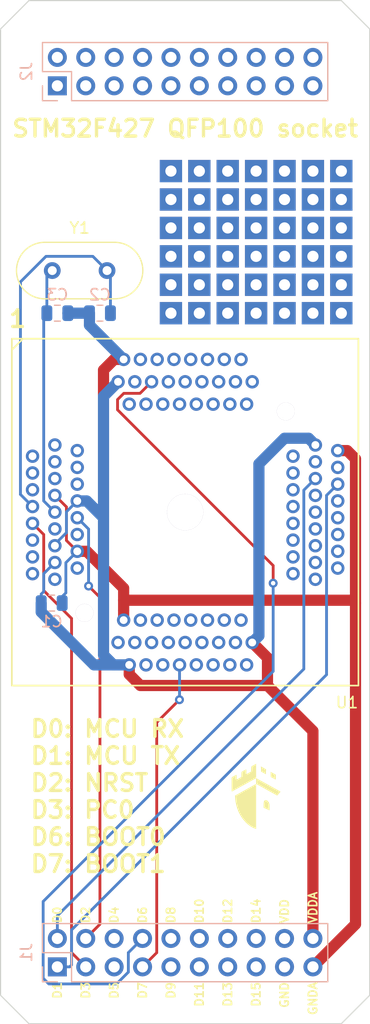
<source format=kicad_pcb>
(kicad_pcb (version 20171130) (host pcbnew 5.0.2-bee76a0~70~ubuntu18.04.1)

  (general
    (thickness 1.6)
    (drawings 31)
    (tracks 123)
    (zones 0)
    (modules 50)
    (nets 165)
  )

  (page A4)
  (title_block
    (title "Scaffold STM32F427 daughterboard")
    (date 2019-07-29)
    (company "LEDGER SAS")
    (comment 1 "Under LGPL v3 license")
  )

  (layers
    (0 F.Cu signal)
    (31 B.Cu signal)
    (32 B.Adhes user)
    (33 F.Adhes user)
    (34 B.Paste user)
    (35 F.Paste user)
    (36 B.SilkS user)
    (37 F.SilkS user)
    (38 B.Mask user)
    (39 F.Mask user)
    (40 Dwgs.User user)
    (41 Cmts.User user)
    (42 Eco1.User user)
    (43 Eco2.User user)
    (44 Edge.Cuts user)
    (45 Margin user)
    (46 B.CrtYd user)
    (47 F.CrtYd user)
    (48 B.Fab user hide)
    (49 F.Fab user hide)
  )

  (setup
    (last_trace_width 0.25)
    (trace_clearance 0.2)
    (zone_clearance 0.508)
    (zone_45_only no)
    (trace_min 0.2)
    (segment_width 0.2)
    (edge_width 0.1)
    (via_size 0.8)
    (via_drill 0.4)
    (via_min_size 0.4)
    (via_min_drill 0.3)
    (uvia_size 0.3)
    (uvia_drill 0.1)
    (uvias_allowed no)
    (uvia_min_size 0.2)
    (uvia_min_drill 0.1)
    (pcb_text_width 0.3)
    (pcb_text_size 1.5 1.5)
    (mod_edge_width 0.15)
    (mod_text_size 1 1)
    (mod_text_width 0.15)
    (pad_size 1.5 1.5)
    (pad_drill 0.6)
    (pad_to_mask_clearance 0)
    (solder_mask_min_width 0.25)
    (aux_axis_origin 0 0)
    (visible_elements FFFFFF7F)
    (pcbplotparams
      (layerselection 0x010fc_ffffffff)
      (usegerberextensions false)
      (usegerberattributes false)
      (usegerberadvancedattributes false)
      (creategerberjobfile false)
      (excludeedgelayer true)
      (linewidth 0.100000)
      (plotframeref false)
      (viasonmask false)
      (mode 1)
      (useauxorigin false)
      (hpglpennumber 1)
      (hpglpenspeed 20)
      (hpglpendiameter 15.000000)
      (psnegative false)
      (psa4output false)
      (plotreference true)
      (plotvalue true)
      (plotinvisibletext false)
      (padsonsilk false)
      (subtractmaskfromsilk false)
      (outputformat 1)
      (mirror false)
      (drillshape 0)
      (scaleselection 1)
      (outputdirectory "gerber"))
  )

  (net 0 "")
  (net 1 "Net-(U1-Pad49)")
  (net 2 "Net-(U1-Pad51)")
  (net 3 "Net-(U1-Pad54)")
  (net 4 "Net-(U1-Pad53)")
  (net 5 "Net-(U1-Pad52)")
  (net 6 "Net-(U1-Pad57)")
  (net 7 "Net-(U1-Pad55)")
  (net 8 "Net-(U1-Pad56)")
  (net 9 "Net-(U1-Pad58)")
  (net 10 "Net-(U1-Pad59)")
  (net 11 /D6_BOOT0)
  (net 12 GNDA)
  (net 13 "Net-(U1-Pad62)")
  (net 14 "Net-(U1-Pad61)")
  (net 15 +3V3)
  (net 16 "Net-(U1-Pad21)")
  (net 17 "Net-(U1-Pad29)")
  (net 18 "Net-(U1-Pad30)")
  (net 19 "Net-(U1-Pad23)")
  (net 20 "Net-(U1-Pad31)")
  (net 21 /D7_BOOT1)
  (net 22 "Net-(U1-Pad26)")
  (net 23 "Net-(U1-Pad25)")
  (net 24 "Net-(U1-Pad17)")
  (net 25 "Net-(U1-Pad24)")
  (net 26 "Net-(U1-Pad45)")
  (net 27 /D1_MCU_TX)
  (net 28 "Net-(U1-Pad39)")
  (net 29 "Net-(U1-Pad36)")
  (net 30 "Net-(U1-Pad33)")
  (net 31 "Net-(U1-Pad46)")
  (net 32 "Net-(U1-Pad40)")
  (net 33 /D0_MCU_RX)
  (net 34 "Net-(U1-Pad34)")
  (net 35 "Net-(U1-Pad47)")
  (net 36 "Net-(U1-Pad41)")
  (net 37 "Net-(U1-Pad44)")
  (net 38 "Net-(U1-Pad35)")
  (net 39 "Net-(U1-Pad38)")
  (net 40 "Net-(C2-Pad2)")
  (net 41 "Net-(U1-Pad16)")
  (net 42 "Net-(U1-Pad1)")
  (net 43 /D2_NRST)
  (net 44 "Net-(U1-Pad4)")
  (net 45 "Net-(U1-Pad2)")
  (net 46 /D3_MCU_PC0)
  (net 47 "Net-(U1-Pad3)")
  (net 48 "Net-(U1-Pad9)")
  (net 49 "Net-(C3-Pad2)")
  (net 50 "Net-(J1-Pad5)")
  (net 51 "Net-(J1-Pad6)")
  (net 52 "Net-(J1-Pad9)")
  (net 53 "Net-(J1-Pad10)")
  (net 54 "Net-(J1-Pad11)")
  (net 55 "Net-(J1-Pad12)")
  (net 56 "Net-(J1-Pad13)")
  (net 57 "Net-(J1-Pad14)")
  (net 58 "Net-(J1-Pad15)")
  (net 59 "Net-(J1-Pad16)")
  (net 60 "Net-(J1-Pad18)")
  (net 61 GND)
  (net 62 "Net-(J2-Pad18)")
  (net 63 "Net-(J2-Pad16)")
  (net 64 "Net-(J2-Pad15)")
  (net 65 "Net-(J2-Pad14)")
  (net 66 "Net-(J2-Pad13)")
  (net 67 "Net-(J2-Pad12)")
  (net 68 "Net-(J2-Pad11)")
  (net 69 "Net-(J2-Pad10)")
  (net 70 "Net-(J2-Pad9)")
  (net 71 "Net-(J2-Pad6)")
  (net 72 "Net-(J2-Pad5)")
  (net 73 "Net-(J2-Pad17)")
  (net 74 "Net-(J2-Pad8)")
  (net 75 "Net-(J2-Pad7)")
  (net 76 "Net-(J2-Pad4)")
  (net 77 "Net-(J2-Pad3)")
  (net 78 "Net-(J2-Pad2)")
  (net 79 "Net-(J2-Pad1)")
  (net 80 "Net-(J2-Pad20)")
  (net 81 "Net-(J2-Pad19)")
  (net 82 "Net-(U1-Pad32)")
  (net 83 "Net-(U1-Pad42)")
  (net 84 "Net-(U1-Pad43)")
  (net 85 "Net-(U1-Pad48)")
  (net 86 "Net-(U1-Pad89)")
  (net 87 "Net-(U1-Pad92)")
  (net 88 "Net-(U1-Pad98)")
  (net 89 "Net-(U1-Pad78)")
  (net 90 "Net-(U1-Pad96)")
  (net 91 "Net-(U1-Pad77)")
  (net 92 "Net-(U1-Pad82)")
  (net 93 "Net-(U1-Pad86)")
  (net 94 "Net-(U1-Pad90)")
  (net 95 "Net-(U1-Pad81)")
  (net 96 "Net-(U1-Pad80)")
  (net 97 "Net-(U1-Pad84)")
  (net 98 "Net-(U1-Pad85)")
  (net 99 "Net-(U1-Pad76)")
  (net 100 "Net-(U1-Pad95)")
  (net 101 "Net-(U1-Pad88)")
  (net 102 "Net-(U1-Pad97)")
  (net 103 "Net-(U1-Pad87)")
  (net 104 "Net-(U1-Pad91)")
  (net 105 "Net-(U1-Pad83)")
  (net 106 "Net-(U1-Pad93)")
  (net 107 "Net-(U1-Pad79)")
  (net 108 "Net-(U1-Pad63)")
  (net 109 "Net-(U1-Pad64)")
  (net 110 "Net-(U1-Pad60)")
  (net 111 "Net-(U1-Pad67)")
  (net 112 "Net-(U1-Pad66)")
  (net 113 "Net-(U1-Pad65)")
  (net 114 "Net-(U1-Pad70)")
  (net 115 "Net-(U1-Pad72)")
  (net 116 "Net-(U1-Pad71)")
  (net 117 "Net-(U1-Pad73)")
  (net 118 "Net-(U1-Pad7)")
  (net 119 "Net-(U1-Pad8)")
  (net 120 "Net-(U1-Pad6)")
  (net 121 "Net-(U1-Pad5)")
  (net 122 "Net-(U1-Pad18)")
  (net 123 "Net-(TP1-Pad1)")
  (net 124 "Net-(TP2-Pad1)")
  (net 125 "Net-(TP3-Pad1)")
  (net 126 "Net-(TP4-Pad1)")
  (net 127 "Net-(TP5-Pad1)")
  (net 128 "Net-(TP6-Pad1)")
  (net 129 "Net-(TP8-Pad1)")
  (net 130 "Net-(TP24-Pad1)")
  (net 131 "Net-(TP23-Pad1)")
  (net 132 "Net-(TP22-Pad1)")
  (net 133 "Net-(TP7-Pad1)")
  (net 134 "Net-(TP9-Pad1)")
  (net 135 "Net-(TP11-Pad1)")
  (net 136 "Net-(TP21-Pad1)")
  (net 137 "Net-(TP20-Pad1)")
  (net 138 "Net-(TP19-Pad1)")
  (net 139 "Net-(TP18-Pad1)")
  (net 140 "Net-(TP17-Pad1)")
  (net 141 "Net-(TP16-Pad1)")
  (net 142 "Net-(TP15-Pad1)")
  (net 143 "Net-(TP14-Pad1)")
  (net 144 "Net-(TP13-Pad1)")
  (net 145 "Net-(TP12-Pad1)")
  (net 146 "Net-(TP10-Pad1)")
  (net 147 "Net-(TP25-Pad1)")
  (net 148 "Net-(TP36-Pad1)")
  (net 149 "Net-(TP35-Pad1)")
  (net 150 "Net-(TP34-Pad1)")
  (net 151 "Net-(TP32-Pad1)")
  (net 152 "Net-(TP26-Pad1)")
  (net 153 "Net-(TP27-Pad1)")
  (net 154 "Net-(TP28-Pad1)")
  (net 155 "Net-(TP29-Pad1)")
  (net 156 "Net-(TP30-Pad1)")
  (net 157 "Net-(TP31-Pad1)")
  (net 158 "Net-(TP33-Pad1)")
  (net 159 "Net-(TP42-Pad1)")
  (net 160 "Net-(TP41-Pad1)")
  (net 161 "Net-(TP40-Pad1)")
  (net 162 "Net-(TP38-Pad1)")
  (net 163 "Net-(TP39-Pad1)")
  (net 164 "Net-(TP37-Pad1)")

  (net_class Default "This is the default net class."
    (clearance 0.2)
    (trace_width 0.25)
    (via_dia 0.8)
    (via_drill 0.4)
    (uvia_dia 0.3)
    (uvia_drill 0.1)
    (add_net +3V3)
    (add_net /D0_MCU_RX)
    (add_net /D1_MCU_TX)
    (add_net /D2_NRST)
    (add_net /D3_MCU_PC0)
    (add_net /D6_BOOT0)
    (add_net /D7_BOOT1)
    (add_net GND)
    (add_net GNDA)
    (add_net "Net-(C2-Pad2)")
    (add_net "Net-(C3-Pad2)")
    (add_net "Net-(J1-Pad10)")
    (add_net "Net-(J1-Pad11)")
    (add_net "Net-(J1-Pad12)")
    (add_net "Net-(J1-Pad13)")
    (add_net "Net-(J1-Pad14)")
    (add_net "Net-(J1-Pad15)")
    (add_net "Net-(J1-Pad16)")
    (add_net "Net-(J1-Pad18)")
    (add_net "Net-(J1-Pad5)")
    (add_net "Net-(J1-Pad6)")
    (add_net "Net-(J1-Pad9)")
    (add_net "Net-(J2-Pad1)")
    (add_net "Net-(J2-Pad10)")
    (add_net "Net-(J2-Pad11)")
    (add_net "Net-(J2-Pad12)")
    (add_net "Net-(J2-Pad13)")
    (add_net "Net-(J2-Pad14)")
    (add_net "Net-(J2-Pad15)")
    (add_net "Net-(J2-Pad16)")
    (add_net "Net-(J2-Pad17)")
    (add_net "Net-(J2-Pad18)")
    (add_net "Net-(J2-Pad19)")
    (add_net "Net-(J2-Pad2)")
    (add_net "Net-(J2-Pad20)")
    (add_net "Net-(J2-Pad3)")
    (add_net "Net-(J2-Pad4)")
    (add_net "Net-(J2-Pad5)")
    (add_net "Net-(J2-Pad6)")
    (add_net "Net-(J2-Pad7)")
    (add_net "Net-(J2-Pad8)")
    (add_net "Net-(J2-Pad9)")
    (add_net "Net-(TP1-Pad1)")
    (add_net "Net-(TP10-Pad1)")
    (add_net "Net-(TP11-Pad1)")
    (add_net "Net-(TP12-Pad1)")
    (add_net "Net-(TP13-Pad1)")
    (add_net "Net-(TP14-Pad1)")
    (add_net "Net-(TP15-Pad1)")
    (add_net "Net-(TP16-Pad1)")
    (add_net "Net-(TP17-Pad1)")
    (add_net "Net-(TP18-Pad1)")
    (add_net "Net-(TP19-Pad1)")
    (add_net "Net-(TP2-Pad1)")
    (add_net "Net-(TP20-Pad1)")
    (add_net "Net-(TP21-Pad1)")
    (add_net "Net-(TP22-Pad1)")
    (add_net "Net-(TP23-Pad1)")
    (add_net "Net-(TP24-Pad1)")
    (add_net "Net-(TP25-Pad1)")
    (add_net "Net-(TP26-Pad1)")
    (add_net "Net-(TP27-Pad1)")
    (add_net "Net-(TP28-Pad1)")
    (add_net "Net-(TP29-Pad1)")
    (add_net "Net-(TP3-Pad1)")
    (add_net "Net-(TP30-Pad1)")
    (add_net "Net-(TP31-Pad1)")
    (add_net "Net-(TP32-Pad1)")
    (add_net "Net-(TP33-Pad1)")
    (add_net "Net-(TP34-Pad1)")
    (add_net "Net-(TP35-Pad1)")
    (add_net "Net-(TP36-Pad1)")
    (add_net "Net-(TP37-Pad1)")
    (add_net "Net-(TP38-Pad1)")
    (add_net "Net-(TP39-Pad1)")
    (add_net "Net-(TP4-Pad1)")
    (add_net "Net-(TP40-Pad1)")
    (add_net "Net-(TP41-Pad1)")
    (add_net "Net-(TP42-Pad1)")
    (add_net "Net-(TP5-Pad1)")
    (add_net "Net-(TP6-Pad1)")
    (add_net "Net-(TP7-Pad1)")
    (add_net "Net-(TP8-Pad1)")
    (add_net "Net-(TP9-Pad1)")
    (add_net "Net-(U1-Pad1)")
    (add_net "Net-(U1-Pad16)")
    (add_net "Net-(U1-Pad17)")
    (add_net "Net-(U1-Pad18)")
    (add_net "Net-(U1-Pad2)")
    (add_net "Net-(U1-Pad21)")
    (add_net "Net-(U1-Pad23)")
    (add_net "Net-(U1-Pad24)")
    (add_net "Net-(U1-Pad25)")
    (add_net "Net-(U1-Pad26)")
    (add_net "Net-(U1-Pad29)")
    (add_net "Net-(U1-Pad3)")
    (add_net "Net-(U1-Pad30)")
    (add_net "Net-(U1-Pad31)")
    (add_net "Net-(U1-Pad32)")
    (add_net "Net-(U1-Pad33)")
    (add_net "Net-(U1-Pad34)")
    (add_net "Net-(U1-Pad35)")
    (add_net "Net-(U1-Pad36)")
    (add_net "Net-(U1-Pad38)")
    (add_net "Net-(U1-Pad39)")
    (add_net "Net-(U1-Pad4)")
    (add_net "Net-(U1-Pad40)")
    (add_net "Net-(U1-Pad41)")
    (add_net "Net-(U1-Pad42)")
    (add_net "Net-(U1-Pad43)")
    (add_net "Net-(U1-Pad44)")
    (add_net "Net-(U1-Pad45)")
    (add_net "Net-(U1-Pad46)")
    (add_net "Net-(U1-Pad47)")
    (add_net "Net-(U1-Pad48)")
    (add_net "Net-(U1-Pad49)")
    (add_net "Net-(U1-Pad5)")
    (add_net "Net-(U1-Pad51)")
    (add_net "Net-(U1-Pad52)")
    (add_net "Net-(U1-Pad53)")
    (add_net "Net-(U1-Pad54)")
    (add_net "Net-(U1-Pad55)")
    (add_net "Net-(U1-Pad56)")
    (add_net "Net-(U1-Pad57)")
    (add_net "Net-(U1-Pad58)")
    (add_net "Net-(U1-Pad59)")
    (add_net "Net-(U1-Pad6)")
    (add_net "Net-(U1-Pad60)")
    (add_net "Net-(U1-Pad61)")
    (add_net "Net-(U1-Pad62)")
    (add_net "Net-(U1-Pad63)")
    (add_net "Net-(U1-Pad64)")
    (add_net "Net-(U1-Pad65)")
    (add_net "Net-(U1-Pad66)")
    (add_net "Net-(U1-Pad67)")
    (add_net "Net-(U1-Pad7)")
    (add_net "Net-(U1-Pad70)")
    (add_net "Net-(U1-Pad71)")
    (add_net "Net-(U1-Pad72)")
    (add_net "Net-(U1-Pad73)")
    (add_net "Net-(U1-Pad76)")
    (add_net "Net-(U1-Pad77)")
    (add_net "Net-(U1-Pad78)")
    (add_net "Net-(U1-Pad79)")
    (add_net "Net-(U1-Pad8)")
    (add_net "Net-(U1-Pad80)")
    (add_net "Net-(U1-Pad81)")
    (add_net "Net-(U1-Pad82)")
    (add_net "Net-(U1-Pad83)")
    (add_net "Net-(U1-Pad84)")
    (add_net "Net-(U1-Pad85)")
    (add_net "Net-(U1-Pad86)")
    (add_net "Net-(U1-Pad87)")
    (add_net "Net-(U1-Pad88)")
    (add_net "Net-(U1-Pad89)")
    (add_net "Net-(U1-Pad9)")
    (add_net "Net-(U1-Pad90)")
    (add_net "Net-(U1-Pad91)")
    (add_net "Net-(U1-Pad92)")
    (add_net "Net-(U1-Pad93)")
    (add_net "Net-(U1-Pad95)")
    (add_net "Net-(U1-Pad96)")
    (add_net "Net-(U1-Pad97)")
    (add_net "Net-(U1-Pad98)")
  )

  (module mykicadlibs:donjon-2000 (layer F.Cu) (tedit 0) (tstamp 5D40299E)
    (at 68.58 139.7)
    (path /5C595236)
    (fp_text reference LOGO1 (at 0 0) (layer F.SilkS) hide
      (effects (font (size 1.524 1.524) (thickness 0.3)))
    )
    (fp_text value DUNGEON_LOGO (at 0.75 0) (layer F.SilkS) hide
      (effects (font (size 1.524 1.524) (thickness 0.3)))
    )
    (fp_poly (pts (xy 0 0.894903) (xy 0 2.8956) (xy -0.034925 2.895367) (xy -0.062166 2.890507)
      (xy -0.105083 2.877722) (xy -0.15613 2.859371) (xy -0.1778 2.850727) (xy -0.358814 2.763797)
      (xy -0.538665 2.652773) (xy -0.71551 2.518949) (xy -0.887504 2.363621) (xy -0.926266 2.324906)
      (xy -1.112391 2.117539) (xy -1.279996 1.893433) (xy -1.42843 1.653902) (xy -1.557039 1.400262)
      (xy -1.665169 1.133827) (xy -1.752167 0.855914) (xy -1.817381 0.567836) (xy -1.827553 0.510293)
      (xy -1.835444 0.45773) (xy -1.8437 0.392725) (xy -1.85195 0.319507) (xy -1.859819 0.242307)
      (xy -1.866935 0.165353) (xy -1.872926 0.092876) (xy -1.877417 0.029106) (xy -1.880037 -0.021728)
      (xy -1.880412 -0.055395) (xy -1.878502 -0.067538) (xy -1.866767 -0.074213) (xy -1.834801 -0.092064)
      (xy -1.784605 -0.119984) (xy -1.71818 -0.156866) (xy -1.637528 -0.201602) (xy -1.544649 -0.253086)
      (xy -1.441545 -0.31021) (xy -1.330217 -0.371867) (xy -1.212667 -0.43695) (xy -1.090894 -0.504351)
      (xy -0.966902 -0.572963) (xy -0.842689 -0.64168) (xy -0.720259 -0.709393) (xy -0.601612 -0.774996)
      (xy -0.488749 -0.837381) (xy -0.383672 -0.895441) (xy -0.288382 -0.948069) (xy -0.204879 -0.994158)
      (xy -0.135165 -1.0326) (xy -0.081241 -1.062289) (xy -0.045109 -1.082116) (xy -0.02877 -1.090975)
      (xy -0.028575 -1.091076) (xy -0.000001 -1.105794) (xy 0 0.894903)) (layer F.SilkS) (width 0.01))
    (fp_poly (pts (xy 0.914236 0.344237) (xy 0.974478 0.371905) (xy 1.033178 0.418017) (xy 1.087583 0.481291)
      (xy 1.134943 0.560447) (xy 1.136688 0.564) (xy 1.159039 0.614309) (xy 1.175684 0.664025)
      (xy 1.187193 0.717688) (xy 1.194133 0.77984) (xy 1.197076 0.855022) (xy 1.19659 0.947775)
      (xy 1.194525 1.02529) (xy 1.18745 1.24413) (xy 0.6708 1.00965) (xy 0.676716 0.762)
      (xy 0.679784 0.662088) (xy 0.68414 0.583805) (xy 0.690533 0.523388) (xy 0.69971 0.47707)
      (xy 0.712422 0.441087) (xy 0.729417 0.411674) (xy 0.751444 0.385067) (xy 0.751773 0.384716)
      (xy 0.800132 0.349361) (xy 0.855204 0.336296) (xy 0.914236 0.344237)) (layer F.SilkS) (width 0.01))
    (fp_poly (pts (xy 0.02577 -1.606927) (xy 0.058501 -1.589693) (xy 0.109714 -1.562228) (xy 0.177538 -1.52556)
      (xy 0.260097 -1.480717) (xy 0.35552 -1.42873) (xy 0.461933 -1.370626) (xy 0.577463 -1.307435)
      (xy 0.700237 -1.240185) (xy 0.828381 -1.169906) (xy 0.960023 -1.097625) (xy 1.093289 -1.024373)
      (xy 1.226306 -0.951178) (xy 1.357202 -0.879068) (xy 1.484102 -0.809073) (xy 1.605134 -0.742222)
      (xy 1.718424 -0.679543) (xy 1.822099 -0.622065) (xy 1.914287 -0.570817) (xy 1.993114 -0.526828)
      (xy 2.056707 -0.491127) (xy 2.08915 -0.472759) (xy 2.129821 -0.44804) (xy 2.159448 -0.426991)
      (xy 2.173081 -0.413236) (xy 2.173328 -0.411113) (xy 2.163354 -0.397256) (xy 2.140233 -0.368959)
      (xy 2.10728 -0.330006) (xy 2.067814 -0.28418) (xy 2.025151 -0.235263) (xy 1.982609 -0.187039)
      (xy 1.943504 -0.143292) (xy 1.911153 -0.107805) (xy 1.888875 -0.08436) (xy 1.880106 -0.07668)
      (xy 1.868218 -0.082779) (xy 1.835772 -0.100326) (xy 1.784401 -0.128416) (xy 1.715744 -0.166147)
      (xy 1.631434 -0.212615) (xy 1.533109 -0.266918) (xy 1.422405 -0.328152) (xy 1.300956 -0.395414)
      (xy 1.1704 -0.467801) (xy 1.032371 -0.544409) (xy 0.9398 -0.59583) (xy 0.00635 -1.1145)
      (xy 0.002906 -1.3637) (xy 0.002133 -1.458996) (xy 0.002828 -1.530238) (xy 0.005047 -1.578733)
      (xy 0.008844 -1.605787) (xy 0.013394 -1.6129) (xy 0.02577 -1.606927)) (layer F.SilkS) (width 0.01))
    (fp_poly (pts (xy -0.003057 -2.268833) (xy -0.002598 -2.144146) (xy -0.002532 -2.027225) (xy -0.002833 -1.920516)
      (xy -0.003478 -1.826467) (xy -0.004443 -1.747524) (xy -0.005702 -1.686135) (xy -0.007234 -1.644747)
      (xy -0.009012 -1.625806) (xy -0.009407 -1.624916) (xy -0.021845 -1.61754) (xy -0.054681 -1.598963)
      (xy -0.106052 -1.570213) (xy -0.174092 -1.532317) (xy -0.256937 -1.486304) (xy -0.352724 -1.433201)
      (xy -0.459588 -1.374036) (xy -0.575665 -1.309837) (xy -0.699091 -1.241632) (xy -0.828001 -1.170448)
      (xy -0.960532 -1.097314) (xy -1.094818 -1.023257) (xy -1.228997 -0.949305) (xy -1.361203 -0.876486)
      (xy -1.489572 -0.805827) (xy -1.612241 -0.738358) (xy -1.727345 -0.675104) (xy -1.833019 -0.617095)
      (xy -1.9274 -0.565358) (xy -2.008624 -0.52092) (xy -2.074825 -0.484811) (xy -2.124141 -0.458057)
      (xy -2.154706 -0.441686) (xy -2.164444 -0.436741) (xy -2.169006 -0.436902) (xy -2.172823 -0.442532)
      (xy -2.175959 -0.45565) (xy -2.178481 -0.478273) (xy -2.180453 -0.512418) (xy -2.181941 -0.560103)
      (xy -2.183009 -0.623344) (xy -2.183724 -0.704159) (xy -2.184151 -0.804566) (xy -2.184354 -0.926581)
      (xy -2.1844 -1.053319) (xy -2.1844 -1.677555) (xy -2.155825 -1.705942) (xy -2.134545 -1.722182)
      (xy -2.096795 -1.746386) (xy -2.047346 -1.775922) (xy -1.990969 -1.808158) (xy -1.932435 -1.840461)
      (xy -1.876514 -1.870199) (xy -1.827978 -1.89474) (xy -1.791596 -1.911451) (xy -1.77214 -1.9177)
      (xy -1.772041 -1.917701) (xy -1.76476 -1.914598) (xy -1.759519 -1.903012) (xy -1.755999 -1.879525)
      (xy -1.753884 -1.840721) (xy -1.752857 -1.783181) (xy -1.7526 -1.70815) (xy -1.75215 -1.638412)
      (xy -1.750902 -1.578504) (xy -1.749015 -1.532611) (xy -1.746645 -1.504919) (xy -1.744729 -1.4986)
      (xy -1.731652 -1.504436) (xy -1.69991 -1.520686) (xy -1.653059 -1.545468) (xy -1.594659 -1.576898)
      (xy -1.528266 -1.613092) (xy -1.522827 -1.616075) (xy -1.308797 -1.73355) (xy -1.308449 -1.94345)
      (xy -1.307787 -2.027181) (xy -1.305933 -2.089043) (xy -1.302607 -2.132548) (xy -1.297527 -2.161211)
      (xy -1.290414 -2.178545) (xy -1.289577 -2.179795) (xy -1.271763 -2.195661) (xy -1.236939 -2.21936)
      (xy -1.189671 -2.2484) (xy -1.134523 -2.28029) (xy -1.076059 -2.312539) (xy -1.018844 -2.342656)
      (xy -0.967443 -2.368149) (xy -0.926421 -2.386528) (xy -0.90034 -2.395301) (xy -0.894534 -2.395395)
      (xy -0.887483 -2.388258) (xy -0.882436 -2.370838) (xy -0.879098 -2.339737) (xy -0.877176 -2.291557)
      (xy -0.876374 -2.222899) (xy -0.8763 -2.184799) (xy -0.87574 -2.116169) (xy -0.87419 -2.057477)
      (xy -0.87185 -2.012954) (xy -0.868917 -1.986833) (xy -0.866775 -1.981727) (xy -0.853198 -1.987825)
      (xy -0.821117 -2.004478) (xy -0.774142 -2.029745) (xy -0.715881 -2.061683) (xy -0.649945 -2.098351)
      (xy -0.6477 -2.099608) (xy -0.43815 -2.216963) (xy -0.4318 -2.435219) (xy -0.428988 -2.518102)
      (xy -0.425811 -2.579168) (xy -0.421866 -2.622001) (xy -0.416752 -2.650184) (xy -0.410067 -2.667301)
      (xy -0.405028 -2.673857) (xy -0.387438 -2.686628) (xy -0.351705 -2.709046) (xy -0.301998 -2.738619)
      (xy -0.242485 -2.772853) (xy -0.195478 -2.799224) (xy -0.00635 -2.904209) (xy -0.003057 -2.268833)) (layer F.SilkS) (width 0.01))
    (fp_poly (pts (xy 1.314163 -2.17854) (xy 1.344017 -2.162137) (xy 1.38941 -2.13705) (xy 1.447017 -2.105117)
      (xy 1.513514 -2.068176) (xy 1.529763 -2.059139) (xy 1.754929 -1.933877) (xy 1.753207 -1.719915)
      (xy 1.752455 -1.649106) (xy 1.751459 -1.5878) (xy 1.750315 -1.540225) (xy 1.74912 -1.510605)
      (xy 1.748236 -1.502703) (xy 1.73665 -1.507503) (xy 1.706291 -1.522795) (xy 1.660605 -1.546768)
      (xy 1.603042 -1.577609) (xy 1.537048 -1.613508) (xy 1.529718 -1.617525) (xy 1.31445 -1.735596)
      (xy 1.3081 -1.960018) (xy 1.30613 -2.032319) (xy 1.30457 -2.094935) (xy 1.303508 -2.143823)
      (xy 1.303033 -2.174943) (xy 1.303173 -2.18442) (xy 1.314163 -2.17854)) (layer F.SilkS) (width 0.01))
    (fp_poly (pts (xy 0.439282 -2.661099) (xy 0.470744 -2.644605) (xy 0.517646 -2.619335) (xy 0.576626 -2.587105)
      (xy 0.644322 -2.549731) (xy 0.666852 -2.537218) (xy 0.75421 -2.4878) (xy 0.81934 -2.449048)
      (xy 0.862875 -2.420552) (xy 0.885445 -2.401904) (xy 0.888579 -2.393444) (xy 0.884372 -2.376466)
      (xy 0.88038 -2.3388) (xy 0.876937 -2.285159) (xy 0.874379 -2.220255) (xy 0.873459 -2.180815)
      (xy 0.86995 -1.982176) (xy 0.4445 -2.215898) (xy 0.4445 -2.408873) (xy 0.443702 -2.478923)
      (xy 0.441508 -2.542167) (xy 0.438212 -2.593204) (xy 0.434113 -2.626637) (xy 0.432114 -2.634424)
      (xy 0.425303 -2.657968) (xy 0.42662 -2.667) (xy 0.439282 -2.661099)) (layer F.SilkS) (width 0.01))
  )

  (module mykicadlibs:TEST_BREADBOARD_RECTANGULAR (layer F.Cu) (tedit 5D35D74F) (tstamp 5D401563)
    (at 60.96 91.44)
    (path /5D43DFAF)
    (fp_text reference TP37 (at 0 0.5) (layer F.SilkS) hide
      (effects (font (size 1 1) (thickness 0.15)))
    )
    (fp_text value TestPoint (at 0 -0.5) (layer F.Fab) hide
      (effects (font (size 1 1) (thickness 0.15)))
    )
    (pad 1 thru_hole rect (at 0 0) (size 2 2) (drill 1) (layers *.Cu *.Mask)
      (net 164 "Net-(TP37-Pad1)"))
  )

  (module mykicadlibs:TEST_BREADBOARD_RECTANGULAR (layer F.Cu) (tedit 5D35D74F) (tstamp 5D40155E)
    (at 60.96 88.9)
    (path /5D43DFBB)
    (fp_text reference TP39 (at 0 0.5) (layer F.SilkS) hide
      (effects (font (size 1 1) (thickness 0.15)))
    )
    (fp_text value TestPoint (at 0 -0.5) (layer F.Fab) hide
      (effects (font (size 1 1) (thickness 0.15)))
    )
    (pad 1 thru_hole rect (at 0 0) (size 2 2) (drill 1) (layers *.Cu *.Mask)
      (net 163 "Net-(TP39-Pad1)"))
  )

  (module mykicadlibs:TEST_BREADBOARD_RECTANGULAR (layer F.Cu) (tedit 5D35D74F) (tstamp 5D401501)
    (at 60.96 93.98)
    (path /5D43DFB5)
    (fp_text reference TP38 (at 0 0.5) (layer F.SilkS) hide
      (effects (font (size 1 1) (thickness 0.15)))
    )
    (fp_text value TestPoint (at 0 -0.5) (layer F.Fab) hide
      (effects (font (size 1 1) (thickness 0.15)))
    )
    (pad 1 thru_hole rect (at 0 0) (size 2 2) (drill 1) (layers *.Cu *.Mask)
      (net 162 "Net-(TP38-Pad1)"))
  )

  (module mykicadlibs:TEST_BREADBOARD_RECTANGULAR (layer F.Cu) (tedit 5D35D74F) (tstamp 5D40147C)
    (at 60.96 86.36)
    (path /5D43DFC1)
    (fp_text reference TP40 (at 0 0.5) (layer F.SilkS) hide
      (effects (font (size 1 1) (thickness 0.15)))
    )
    (fp_text value TestPoint (at 0 -0.5) (layer F.Fab) hide
      (effects (font (size 1 1) (thickness 0.15)))
    )
    (pad 1 thru_hole rect (at 0 0) (size 2 2) (drill 1) (layers *.Cu *.Mask)
      (net 161 "Net-(TP40-Pad1)"))
  )

  (module mykicadlibs:TEST_BREADBOARD_RECTANGULAR (layer F.Cu) (tedit 5D35D74F) (tstamp 5D401477)
    (at 60.96 96.52)
    (path /5D43DFC7)
    (fp_text reference TP41 (at 0 0.5) (layer F.SilkS) hide
      (effects (font (size 1 1) (thickness 0.15)))
    )
    (fp_text value TestPoint (at 0 -0.5) (layer F.Fab) hide
      (effects (font (size 1 1) (thickness 0.15)))
    )
    (pad 1 thru_hole rect (at 0 0) (size 2 2) (drill 1) (layers *.Cu *.Mask)
      (net 160 "Net-(TP41-Pad1)"))
  )

  (module mykicadlibs:TEST_BREADBOARD_RECTANGULAR (layer F.Cu) (tedit 5D35D74F) (tstamp 5D4017D4)
    (at 60.96 83.82)
    (path /5D43DFCD)
    (fp_text reference TP42 (at 0 0.5) (layer F.SilkS) hide
      (effects (font (size 1 1) (thickness 0.15)))
    )
    (fp_text value TestPoint (at 0 -0.5) (layer F.Fab) hide
      (effects (font (size 1 1) (thickness 0.15)))
    )
    (pad 1 thru_hole rect (at 0 0) (size 2 2) (drill 1) (layers *.Cu *.Mask)
      (net 159 "Net-(TP42-Pad1)"))
  )

  (module mykicadlibs:TEST_BREADBOARD_RECTANGULAR (layer F.Cu) (tedit 5D35D74F) (tstamp 5D400A49)
    (at 73.66 93.98)
    (path /5D43CFC9)
    (fp_text reference TP33 (at 0 0.5) (layer F.SilkS) hide
      (effects (font (size 1 1) (thickness 0.15)))
    )
    (fp_text value TestPoint (at 0 -0.5) (layer F.Fab) hide
      (effects (font (size 1 1) (thickness 0.15)))
    )
    (pad 1 thru_hole rect (at 0 0) (size 2 2) (drill 1) (layers *.Cu *.Mask)
      (net 158 "Net-(TP33-Pad1)"))
  )

  (module mykicadlibs:TEST_BREADBOARD_RECTANGULAR (layer F.Cu) (tedit 5D35D74F) (tstamp 5D400A44)
    (at 68.58 96.52)
    (path /5D43CFC3)
    (fp_text reference TP31 (at 0 0.5) (layer F.SilkS) hide
      (effects (font (size 1 1) (thickness 0.15)))
    )
    (fp_text value TestPoint (at 0 -0.5) (layer F.Fab) hide
      (effects (font (size 1 1) (thickness 0.15)))
    )
    (pad 1 thru_hole rect (at 0 0) (size 2 2) (drill 1) (layers *.Cu *.Mask)
      (net 157 "Net-(TP31-Pad1)"))
  )

  (module mykicadlibs:TEST_BREADBOARD_RECTANGULAR (layer F.Cu) (tedit 5D35D74F) (tstamp 5D400A3F)
    (at 76.2 96.52)
    (path /5D43CFE1)
    (fp_text reference TP30 (at 0 0.5) (layer F.SilkS) hide
      (effects (font (size 1 1) (thickness 0.15)))
    )
    (fp_text value TestPoint (at 0 -0.5) (layer F.Fab) hide
      (effects (font (size 1 1) (thickness 0.15)))
    )
    (pad 1 thru_hole rect (at 0 0) (size 2 2) (drill 1) (layers *.Cu *.Mask)
      (net 156 "Net-(TP30-Pad1)"))
  )

  (module mykicadlibs:TEST_BREADBOARD_RECTANGULAR (layer F.Cu) (tedit 5D35D74F) (tstamp 5D400A3A)
    (at 71.12 93.98)
    (path /5D43CFBD)
    (fp_text reference TP29 (at 0 0.5) (layer F.SilkS) hide
      (effects (font (size 1 1) (thickness 0.15)))
    )
    (fp_text value TestPoint (at 0 -0.5) (layer F.Fab) hide
      (effects (font (size 1 1) (thickness 0.15)))
    )
    (pad 1 thru_hole rect (at 0 0) (size 2 2) (drill 1) (layers *.Cu *.Mask)
      (net 155 "Net-(TP29-Pad1)"))
  )

  (module mykicadlibs:TEST_BREADBOARD_RECTANGULAR (layer F.Cu) (tedit 5D35D74F) (tstamp 5D400A35)
    (at 66.04 96.52)
    (path /5D43CFF9)
    (fp_text reference TP28 (at 0 0.5) (layer F.SilkS) hide
      (effects (font (size 1 1) (thickness 0.15)))
    )
    (fp_text value TestPoint (at 0 -0.5) (layer F.Fab) hide
      (effects (font (size 1 1) (thickness 0.15)))
    )
    (pad 1 thru_hole rect (at 0 0) (size 2 2) (drill 1) (layers *.Cu *.Mask)
      (net 154 "Net-(TP28-Pad1)"))
  )

  (module mykicadlibs:TEST_BREADBOARD_RECTANGULAR (layer F.Cu) (tedit 5D35D74F) (tstamp 5D400A30)
    (at 73.66 96.52)
    (path /5D43CFD5)
    (fp_text reference TP27 (at 0 0.5) (layer F.SilkS) hide
      (effects (font (size 1 1) (thickness 0.15)))
    )
    (fp_text value TestPoint (at 0 -0.5) (layer F.Fab) hide
      (effects (font (size 1 1) (thickness 0.15)))
    )
    (pad 1 thru_hole rect (at 0 0) (size 2 2) (drill 1) (layers *.Cu *.Mask)
      (net 153 "Net-(TP27-Pad1)"))
  )

  (module mykicadlibs:TEST_BREADBOARD_RECTANGULAR (layer F.Cu) (tedit 5D35D74F) (tstamp 5D400A2B)
    (at 68.58 93.98)
    (path /5D43CFFF)
    (fp_text reference TP26 (at 0 0.5) (layer F.SilkS) hide
      (effects (font (size 1 1) (thickness 0.15)))
    )
    (fp_text value TestPoint (at 0 -0.5) (layer F.Fab) hide
      (effects (font (size 1 1) (thickness 0.15)))
    )
    (pad 1 thru_hole rect (at 0 0) (size 2 2) (drill 1) (layers *.Cu *.Mask)
      (net 152 "Net-(TP26-Pad1)"))
  )

  (module mykicadlibs:TEST_BREADBOARD_RECTANGULAR (layer F.Cu) (tedit 5D35D74F) (tstamp 5D4009D6)
    (at 63.5 96.52)
    (path /5D43CFE7)
    (fp_text reference TP32 (at 0 0.5) (layer F.SilkS) hide
      (effects (font (size 1 1) (thickness 0.15)))
    )
    (fp_text value TestPoint (at 0 -0.5) (layer F.Fab) hide
      (effects (font (size 1 1) (thickness 0.15)))
    )
    (pad 1 thru_hole rect (at 0 0) (size 2 2) (drill 1) (layers *.Cu *.Mask)
      (net 151 "Net-(TP32-Pad1)"))
  )

  (module mykicadlibs:TEST_BREADBOARD_RECTANGULAR (layer F.Cu) (tedit 5D35D74F) (tstamp 5D400969)
    (at 71.12 96.52)
    (path /5D43CFED)
    (fp_text reference TP34 (at 0 0.5) (layer F.SilkS) hide
      (effects (font (size 1 1) (thickness 0.15)))
    )
    (fp_text value TestPoint (at 0 -0.5) (layer F.Fab) hide
      (effects (font (size 1 1) (thickness 0.15)))
    )
    (pad 1 thru_hole rect (at 0 0) (size 2 2) (drill 1) (layers *.Cu *.Mask)
      (net 150 "Net-(TP34-Pad1)"))
  )

  (module mykicadlibs:TEST_BREADBOARD_RECTANGULAR (layer F.Cu) (tedit 5D35D74F) (tstamp 5D400964)
    (at 66.04 93.98)
    (path /5D43CFCF)
    (fp_text reference TP35 (at 0 0.5) (layer F.SilkS) hide
      (effects (font (size 1 1) (thickness 0.15)))
    )
    (fp_text value TestPoint (at 0 -0.5) (layer F.Fab) hide
      (effects (font (size 1 1) (thickness 0.15)))
    )
    (pad 1 thru_hole rect (at 0 0) (size 2 2) (drill 1) (layers *.Cu *.Mask)
      (net 149 "Net-(TP35-Pad1)"))
  )

  (module mykicadlibs:TEST_BREADBOARD_RECTANGULAR (layer F.Cu) (tedit 5D35D74F) (tstamp 5D40095F)
    (at 76.2 93.98)
    (path /5D43CFF3)
    (fp_text reference TP36 (at 0 0.5) (layer F.SilkS) hide
      (effects (font (size 1 1) (thickness 0.15)))
    )
    (fp_text value TestPoint (at 0 -0.5) (layer F.Fab) hide
      (effects (font (size 1 1) (thickness 0.15)))
    )
    (pad 1 thru_hole rect (at 0 0) (size 2 2) (drill 1) (layers *.Cu *.Mask)
      (net 148 "Net-(TP36-Pad1)"))
  )

  (module mykicadlibs:TEST_BREADBOARD_RECTANGULAR (layer F.Cu) (tedit 5D35D74F) (tstamp 5D40095A)
    (at 63.5 93.98)
    (path /5D43CFDB)
    (fp_text reference TP25 (at 0 0.5) (layer F.SilkS) hide
      (effects (font (size 1 1) (thickness 0.15)))
    )
    (fp_text value TestPoint (at 0 -0.5) (layer F.Fab) hide
      (effects (font (size 1 1) (thickness 0.15)))
    )
    (pad 1 thru_hole rect (at 0 0) (size 2 2) (drill 1) (layers *.Cu *.Mask)
      (net 147 "Net-(TP25-Pad1)"))
  )

  (module mykicadlibs:TEST_BREADBOARD_RECTANGULAR (layer F.Cu) (tedit 5D35D74F) (tstamp 5D400232)
    (at 76.2 91.44)
    (path /5D43B2F5)
    (fp_text reference TP10 (at 0 0.5) (layer F.SilkS) hide
      (effects (font (size 1 1) (thickness 0.15)))
    )
    (fp_text value TestPoint (at 0 -0.5) (layer F.Fab) hide
      (effects (font (size 1 1) (thickness 0.15)))
    )
    (pad 1 thru_hole rect (at 0 0) (size 2 2) (drill 1) (layers *.Cu *.Mask)
      (net 146 "Net-(TP10-Pad1)"))
  )

  (module mykicadlibs:TEST_BREADBOARD_RECTANGULAR (layer F.Cu) (tedit 5D35D74F) (tstamp 5D40022D)
    (at 76.2 88.9)
    (path /5D43C097)
    (fp_text reference TP12 (at 0 0.5) (layer F.SilkS) hide
      (effects (font (size 1 1) (thickness 0.15)))
    )
    (fp_text value TestPoint (at 0 -0.5) (layer F.Fab) hide
      (effects (font (size 1 1) (thickness 0.15)))
    )
    (pad 1 thru_hole rect (at 0 0) (size 2 2) (drill 1) (layers *.Cu *.Mask)
      (net 145 "Net-(TP12-Pad1)"))
  )

  (module mykicadlibs:TEST_BREADBOARD_RECTANGULAR (layer F.Cu) (tedit 5D35D74F) (tstamp 5D400228)
    (at 73.66 91.44)
    (path /5D43B2DD)
    (fp_text reference TP13 (at 0 0.5) (layer F.SilkS) hide
      (effects (font (size 1 1) (thickness 0.15)))
    )
    (fp_text value TestPoint (at 0 -0.5) (layer F.Fab) hide
      (effects (font (size 1 1) (thickness 0.15)))
    )
    (pad 1 thru_hole rect (at 0 0) (size 2 2) (drill 1) (layers *.Cu *.Mask)
      (net 144 "Net-(TP13-Pad1)"))
  )

  (module mykicadlibs:TEST_BREADBOARD_RECTANGULAR (layer F.Cu) (tedit 5D35D74F) (tstamp 5D400223)
    (at 76.2 86.36)
    (path /5D43C05B)
    (fp_text reference TP14 (at 0 0.5) (layer F.SilkS) hide
      (effects (font (size 1 1) (thickness 0.15)))
    )
    (fp_text value TestPoint (at 0 -0.5) (layer F.Fab) hide
      (effects (font (size 1 1) (thickness 0.15)))
    )
    (pad 1 thru_hole rect (at 0 0) (size 2 2) (drill 1) (layers *.Cu *.Mask)
      (net 143 "Net-(TP14-Pad1)"))
  )

  (module mykicadlibs:TEST_BREADBOARD_RECTANGULAR (layer F.Cu) (tedit 5D35D74F) (tstamp 5D40021E)
    (at 73.66 88.9)
    (path /5D43C07F)
    (fp_text reference TP15 (at 0 0.5) (layer F.SilkS) hide
      (effects (font (size 1 1) (thickness 0.15)))
    )
    (fp_text value TestPoint (at 0 -0.5) (layer F.Fab) hide
      (effects (font (size 1 1) (thickness 0.15)))
    )
    (pad 1 thru_hole rect (at 0 0) (size 2 2) (drill 1) (layers *.Cu *.Mask)
      (net 142 "Net-(TP15-Pad1)"))
  )

  (module mykicadlibs:TEST_BREADBOARD_RECTANGULAR (layer F.Cu) (tedit 5D35D74F) (tstamp 5D400219)
    (at 71.12 91.44)
    (path /5D43B2E3)
    (fp_text reference TP16 (at 0 0.5) (layer F.SilkS) hide
      (effects (font (size 1 1) (thickness 0.15)))
    )
    (fp_text value TestPoint (at 0 -0.5) (layer F.Fab) hide
      (effects (font (size 1 1) (thickness 0.15)))
    )
    (pad 1 thru_hole rect (at 0 0) (size 2 2) (drill 1) (layers *.Cu *.Mask)
      (net 141 "Net-(TP16-Pad1)"))
  )

  (module mykicadlibs:TEST_BREADBOARD_RECTANGULAR (layer F.Cu) (tedit 5D35D74F) (tstamp 5D400214)
    (at 73.66 86.36)
    (path /5D43C061)
    (fp_text reference TP17 (at 0 0.5) (layer F.SilkS) hide
      (effects (font (size 1 1) (thickness 0.15)))
    )
    (fp_text value TestPoint (at 0 -0.5) (layer F.Fab) hide
      (effects (font (size 1 1) (thickness 0.15)))
    )
    (pad 1 thru_hole rect (at 0 0) (size 2 2) (drill 1) (layers *.Cu *.Mask)
      (net 140 "Net-(TP17-Pad1)"))
  )

  (module mykicadlibs:TEST_BREADBOARD_RECTANGULAR (layer F.Cu) (tedit 5D35D74F) (tstamp 5D40020F)
    (at 71.12 88.9)
    (path /5D43C085)
    (fp_text reference TP18 (at 0 0.5) (layer F.SilkS) hide
      (effects (font (size 1 1) (thickness 0.15)))
    )
    (fp_text value TestPoint (at 0 -0.5) (layer F.Fab) hide
      (effects (font (size 1 1) (thickness 0.15)))
    )
    (pad 1 thru_hole rect (at 0 0) (size 2 2) (drill 1) (layers *.Cu *.Mask)
      (net 139 "Net-(TP18-Pad1)"))
  )

  (module mykicadlibs:TEST_BREADBOARD_RECTANGULAR (layer F.Cu) (tedit 5D35D74F) (tstamp 5D40020A)
    (at 68.58 91.44)
    (path /5D43B2E9)
    (fp_text reference TP19 (at 0 0.5) (layer F.SilkS) hide
      (effects (font (size 1 1) (thickness 0.15)))
    )
    (fp_text value TestPoint (at 0 -0.5) (layer F.Fab) hide
      (effects (font (size 1 1) (thickness 0.15)))
    )
    (pad 1 thru_hole rect (at 0 0) (size 2 2) (drill 1) (layers *.Cu *.Mask)
      (net 138 "Net-(TP19-Pad1)"))
  )

  (module mykicadlibs:TEST_BREADBOARD_RECTANGULAR (layer F.Cu) (tedit 5D35D74F) (tstamp 5D400205)
    (at 71.12 86.36)
    (path /5D43C067)
    (fp_text reference TP20 (at 0 0.5) (layer F.SilkS) hide
      (effects (font (size 1 1) (thickness 0.15)))
    )
    (fp_text value TestPoint (at 0 -0.5) (layer F.Fab) hide
      (effects (font (size 1 1) (thickness 0.15)))
    )
    (pad 1 thru_hole rect (at 0 0) (size 2 2) (drill 1) (layers *.Cu *.Mask)
      (net 137 "Net-(TP20-Pad1)"))
  )

  (module mykicadlibs:TEST_BREADBOARD_RECTANGULAR (layer F.Cu) (tedit 5D35D74F) (tstamp 5D400200)
    (at 68.58 88.9)
    (path /5D43C08B)
    (fp_text reference TP21 (at 0 0.5) (layer F.SilkS) hide
      (effects (font (size 1 1) (thickness 0.15)))
    )
    (fp_text value TestPoint (at 0 -0.5) (layer F.Fab) hide
      (effects (font (size 1 1) (thickness 0.15)))
    )
    (pad 1 thru_hole rect (at 0 0) (size 2 2) (drill 1) (layers *.Cu *.Mask)
      (net 136 "Net-(TP21-Pad1)"))
  )

  (module mykicadlibs:TEST_BREADBOARD_RECTANGULAR (layer F.Cu) (tedit 5D35D74F) (tstamp 5D4001FB)
    (at 66.04 91.44)
    (path /5D43C073)
    (fp_text reference TP11 (at 0 0.5) (layer F.SilkS) hide
      (effects (font (size 1 1) (thickness 0.15)))
    )
    (fp_text value TestPoint (at 0 -0.5) (layer F.Fab) hide
      (effects (font (size 1 1) (thickness 0.15)))
    )
    (pad 1 thru_hole rect (at 0 0) (size 2 2) (drill 1) (layers *.Cu *.Mask)
      (net 135 "Net-(TP11-Pad1)"))
  )

  (module mykicadlibs:TEST_BREADBOARD_RECTANGULAR (layer F.Cu) (tedit 5D35D74F) (tstamp 5D4001F6)
    (at 68.58 86.36)
    (path /5D43C09D)
    (fp_text reference TP9 (at 0 0.5) (layer F.SilkS) hide
      (effects (font (size 1 1) (thickness 0.15)))
    )
    (fp_text value TestPoint (at 0 -0.5) (layer F.Fab) hide
      (effects (font (size 1 1) (thickness 0.15)))
    )
    (pad 1 thru_hole rect (at 0 0) (size 2 2) (drill 1) (layers *.Cu *.Mask)
      (net 134 "Net-(TP9-Pad1)"))
  )

  (module mykicadlibs:TEST_BREADBOARD_RECTANGULAR (layer F.Cu) (tedit 5D35D74F) (tstamp 5D4001F1)
    (at 66.04 88.9)
    (path /5D43B2FB)
    (fp_text reference TP7 (at 0 0.5) (layer F.SilkS) hide
      (effects (font (size 1 1) (thickness 0.15)))
    )
    (fp_text value TestPoint (at 0 -0.5) (layer F.Fab) hide
      (effects (font (size 1 1) (thickness 0.15)))
    )
    (pad 1 thru_hole rect (at 0 0) (size 2 2) (drill 1) (layers *.Cu *.Mask)
      (net 133 "Net-(TP7-Pad1)"))
  )

  (module mykicadlibs:TEST_BREADBOARD_RECTANGULAR (layer F.Cu) (tedit 5D35D74F) (tstamp 5D4001BC)
    (at 63.5 91.44)
    (path /5D43B2EF)
    (fp_text reference TP22 (at 0 0.5) (layer F.SilkS) hide
      (effects (font (size 1 1) (thickness 0.15)))
    )
    (fp_text value TestPoint (at 0 -0.5) (layer F.Fab) hide
      (effects (font (size 1 1) (thickness 0.15)))
    )
    (pad 1 thru_hole rect (at 0 0) (size 2 2) (drill 1) (layers *.Cu *.Mask)
      (net 132 "Net-(TP22-Pad1)"))
  )

  (module mykicadlibs:TEST_BREADBOARD_RECTANGULAR (layer F.Cu) (tedit 5D35D74F) (tstamp 5D4001B7)
    (at 66.04 86.36)
    (path /5D43C06D)
    (fp_text reference TP23 (at 0 0.5) (layer F.SilkS) hide
      (effects (font (size 1 1) (thickness 0.15)))
    )
    (fp_text value TestPoint (at 0 -0.5) (layer F.Fab) hide
      (effects (font (size 1 1) (thickness 0.15)))
    )
    (pad 1 thru_hole rect (at 0 0) (size 2 2) (drill 1) (layers *.Cu *.Mask)
      (net 131 "Net-(TP23-Pad1)"))
  )

  (module mykicadlibs:TEST_BREADBOARD_RECTANGULAR (layer F.Cu) (tedit 5D35D74F) (tstamp 5D4001B2)
    (at 63.5 88.9)
    (path /5D43C091)
    (fp_text reference TP24 (at 0 0.5) (layer F.SilkS) hide
      (effects (font (size 1 1) (thickness 0.15)))
    )
    (fp_text value TestPoint (at 0 -0.5) (layer F.Fab) hide
      (effects (font (size 1 1) (thickness 0.15)))
    )
    (pad 1 thru_hole rect (at 0 0) (size 2 2) (drill 1) (layers *.Cu *.Mask)
      (net 130 "Net-(TP24-Pad1)"))
  )

  (module mykicadlibs:TEST_BREADBOARD_RECTANGULAR (layer F.Cu) (tedit 5D35D74F) (tstamp 5D40049F)
    (at 63.5 86.36)
    (path /5D43C079)
    (fp_text reference TP8 (at 0 0.5) (layer F.SilkS) hide
      (effects (font (size 1 1) (thickness 0.15)))
    )
    (fp_text value TestPoint (at 0 -0.5) (layer F.Fab) hide
      (effects (font (size 1 1) (thickness 0.15)))
    )
    (pad 1 thru_hole rect (at 0 0) (size 2 2) (drill 1) (layers *.Cu *.Mask)
      (net 129 "Net-(TP8-Pad1)"))
  )

  (module mykicadlibs:TEST_BREADBOARD_RECTANGULAR (layer F.Cu) (tedit 5D35D74F) (tstamp 5D3FFC7B)
    (at 66.04 83.82)
    (path /5D43B10F)
    (fp_text reference TP6 (at 0 0.5) (layer F.SilkS) hide
      (effects (font (size 1 1) (thickness 0.15)))
    )
    (fp_text value TestPoint (at 0 -0.5) (layer F.Fab) hide
      (effects (font (size 1 1) (thickness 0.15)))
    )
    (pad 1 thru_hole rect (at 0 0) (size 2 2) (drill 1) (layers *.Cu *.Mask)
      (net 128 "Net-(TP6-Pad1)"))
  )

  (module mykicadlibs:TEST_BREADBOARD_RECTANGULAR (layer F.Cu) (tedit 5D35D74F) (tstamp 5D3FFC76)
    (at 63.5 83.82)
    (path /5D43B12A)
    (fp_text reference TP5 (at 0 0.5) (layer F.SilkS) hide
      (effects (font (size 1 1) (thickness 0.15)))
    )
    (fp_text value TestPoint (at 0 -0.5) (layer F.Fab) hide
      (effects (font (size 1 1) (thickness 0.15)))
    )
    (pad 1 thru_hole rect (at 0 0) (size 2 2) (drill 1) (layers *.Cu *.Mask)
      (net 127 "Net-(TP5-Pad1)"))
  )

  (module mykicadlibs:TEST_BREADBOARD_RECTANGULAR (layer F.Cu) (tedit 5D35D74F) (tstamp 5D3FF767)
    (at 76.2 83.82)
    (path /5D43AF14)
    (fp_text reference TP4 (at 0 0.5) (layer F.SilkS) hide
      (effects (font (size 1 1) (thickness 0.15)))
    )
    (fp_text value TestPoint (at 0 -0.5) (layer F.Fab) hide
      (effects (font (size 1 1) (thickness 0.15)))
    )
    (pad 1 thru_hole rect (at 0 0) (size 2 2) (drill 1) (layers *.Cu *.Mask)
      (net 126 "Net-(TP4-Pad1)"))
  )

  (module mykicadlibs:TEST_BREADBOARD_RECTANGULAR (layer F.Cu) (tedit 5D35D74F) (tstamp 5D3FF762)
    (at 73.66 83.82)
    (path /5D43AEF9)
    (fp_text reference TP3 (at 0 0.5) (layer F.SilkS) hide
      (effects (font (size 1 1) (thickness 0.15)))
    )
    (fp_text value TestPoint (at 0 -0.5) (layer F.Fab) hide
      (effects (font (size 1 1) (thickness 0.15)))
    )
    (pad 1 thru_hole rect (at 0 0) (size 2 2) (drill 1) (layers *.Cu *.Mask)
      (net 125 "Net-(TP3-Pad1)"))
  )

  (module mykicadlibs:TEST_BREADBOARD_RECTANGULAR (layer F.Cu) (tedit 5D35D74F) (tstamp 5D3FF75D)
    (at 68.58 83.82)
    (path /5D43AEDE)
    (fp_text reference TP2 (at 0 0.5) (layer F.SilkS) hide
      (effects (font (size 1 1) (thickness 0.15)))
    )
    (fp_text value TestPoint (at 0 -0.5) (layer F.Fab) hide
      (effects (font (size 1 1) (thickness 0.15)))
    )
    (pad 1 thru_hole rect (at 0 0) (size 2 2) (drill 1) (layers *.Cu *.Mask)
      (net 124 "Net-(TP2-Pad1)"))
  )

  (module mykicadlibs:TEST_BREADBOARD_RECTANGULAR (layer F.Cu) (tedit 5D35D74F) (tstamp 5D3FF758)
    (at 71.12 83.82)
    (path /5D43AD0B)
    (fp_text reference TP1 (at 0 0.5) (layer F.SilkS) hide
      (effects (font (size 1 1) (thickness 0.15)))
    )
    (fp_text value TestPoint (at 0 -0.5) (layer F.Fab) hide
      (effects (font (size 1 1) (thickness 0.15)))
    )
    (pad 1 thru_hole rect (at 0 0) (size 2 2) (drill 1) (layers *.Cu *.Mask)
      (net 123 "Net-(TP1-Pad1)"))
  )

  (module mykicadlibs:ALLSOCKET-QFP100 (layer F.Cu) (tedit 5D3EDC88) (tstamp 5D3FA80E)
    (at 62.23 114.3 180)
    (path /5D3EC11A)
    (fp_text reference U1 (at -14.478 -17.018 180) (layer F.SilkS)
      (effects (font (size 1 1) (thickness 0.15)))
    )
    (fp_text value STM32F427VITx (at 0 -12.15 180) (layer F.Fab)
      (effects (font (size 1 1) (thickness 0.15)))
    )
    (fp_line (start -15.5 -15.5) (end 15.5 -15.5) (layer F.SilkS) (width 0.15))
    (fp_line (start 15.5 -15.5) (end 15.5 15.5) (layer F.SilkS) (width 0.15))
    (fp_line (start 15.5 15.5) (end -15.5 15.5) (layer F.SilkS) (width 0.15))
    (fp_line (start -15.5 15.5) (end -15.5 -15.5) (layer F.SilkS) (width 0.15))
    (fp_line (start 15.5 14.5) (end 14.5 15.5) (layer F.SilkS) (width 0.15))
    (fp_line (start 15.75 15.75) (end -15.75 15.75) (layer F.CrtYd) (width 0.15))
    (fp_line (start -15.75 15.75) (end -15.75 -15.75) (layer F.CrtYd) (width 0.15))
    (fp_line (start -15.75 -15.75) (end 15.75 -15.75) (layer F.CrtYd) (width 0.15))
    (fp_line (start 15.75 -15.75) (end 15.75 15.75) (layer F.CrtYd) (width 0.15))
    (pad 38 thru_hole circle (at 0 -11.65 180) (size 1.2 1.2) (drill 0.7) (layers *.Cu *.Mask)
      (net 39 "Net-(U1-Pad38)"))
    (pad 37 thru_hole circle (at 0.5 -13.65 180) (size 1.2 1.2) (drill 0.7) (layers *.Cu *.Mask)
      (net 21 /D7_BOOT1))
    (pad 39 thru_hole circle (at -0.5 -9.65 180) (size 1.2 1.2) (drill 0.7) (layers *.Cu *.Mask)
      (net 28 "Net-(U1-Pad39)"))
    (pad 36 thru_hole circle (at 1 -9.65 180) (size 1.2 1.2) (drill 0.7) (layers *.Cu *.Mask)
      (net 29 "Net-(U1-Pad36)"))
    (pad 35 thru_hole circle (at 1.5 -11.65 180) (size 1.2 1.2) (drill 0.7) (layers *.Cu *.Mask)
      (net 38 "Net-(U1-Pad35)"))
    (pad 34 thru_hole circle (at 2 -13.65 180) (size 1.2 1.2) (drill 0.7) (layers *.Cu *.Mask)
      (net 34 "Net-(U1-Pad34)"))
    (pad 32 thru_hole circle (at 3 -11.65 180) (size 1.2 1.2) (drill 0.7) (layers *.Cu *.Mask)
      (net 82 "Net-(U1-Pad32)"))
    (pad 31 thru_hole circle (at 3.5 -13.65 180) (size 1.2 1.2) (drill 0.7) (layers *.Cu *.Mask)
      (net 20 "Net-(U1-Pad31)"))
    (pad 33 thru_hole circle (at 2.5 -9.65 180) (size 1.2 1.2) (drill 0.7) (layers *.Cu *.Mask)
      (net 30 "Net-(U1-Pad33)"))
    (pad 29 thru_hole circle (at 4.5 -11.65 180) (size 1.2 1.2) (drill 0.7) (layers *.Cu *.Mask)
      (net 17 "Net-(U1-Pad29)"))
    (pad 30 thru_hole circle (at 4 -9.65 180) (size 1.2 1.2) (drill 0.7) (layers *.Cu *.Mask)
      (net 18 "Net-(U1-Pad30)"))
    (pad 28 thru_hole circle (at 5 -13.65 180) (size 1.2 1.2) (drill 0.7) (layers *.Cu *.Mask)
      (net 15 +3V3))
    (pad 26 thru_hole circle (at 6 -11.65 180) (size 1.2 1.2) (drill 0.7) (layers *.Cu *.Mask)
      (net 22 "Net-(U1-Pad26)"))
    (pad 27 thru_hole circle (at 5.5 -9.65 180) (size 1.2 1.2) (drill 0.7) (layers *.Cu *.Mask)
      (net 12 GNDA))
    (pad 42 thru_hole circle (at -2 -9.65 180) (size 1.2 1.2) (drill 0.7) (layers *.Cu *.Mask)
      (net 83 "Net-(U1-Pad42)"))
    (pad 41 thru_hole circle (at -1.5 -11.65 180) (size 1.2 1.2) (drill 0.7) (layers *.Cu *.Mask)
      (net 36 "Net-(U1-Pad41)"))
    (pad 40 thru_hole circle (at -1 -13.65 180) (size 1.2 1.2) (drill 0.7) (layers *.Cu *.Mask)
      (net 32 "Net-(U1-Pad40)"))
    (pad 43 thru_hole circle (at -2.5 -13.65 180) (size 1.2 1.2) (drill 0.7) (layers *.Cu *.Mask)
      (net 84 "Net-(U1-Pad43)"))
    (pad 45 thru_hole circle (at -3.5 -9.65 180) (size 1.2 1.2) (drill 0.7) (layers *.Cu *.Mask)
      (net 26 "Net-(U1-Pad45)"))
    (pad 44 thru_hole circle (at -3 -11.65 180) (size 1.2 1.2) (drill 0.7) (layers *.Cu *.Mask)
      (net 37 "Net-(U1-Pad44)"))
    (pad 46 thru_hole circle (at -4 -13.65 180) (size 1.2 1.2) (drill 0.7) (layers *.Cu *.Mask)
      (net 31 "Net-(U1-Pad46)"))
    (pad 47 thru_hole circle (at -4.5 -11.65 180) (size 1.2 1.2) (drill 0.7) (layers *.Cu *.Mask)
      (net 35 "Net-(U1-Pad47)"))
    (pad 48 thru_hole circle (at -5 -9.65 180) (size 1.2 1.2) (drill 0.7) (layers *.Cu *.Mask)
      (net 85 "Net-(U1-Pad48)"))
    (pad 50 thru_hole circle (at -6 -11.65 180) (size 1.2 1.2) (drill 0.7) (layers *.Cu *.Mask)
      (net 15 +3V3))
    (pad 49 thru_hole circle (at -5.5 -13.65 180) (size 1.2 1.2) (drill 0.7) (layers *.Cu *.Mask)
      (net 1 "Net-(U1-Pad49)"))
    (pad 89 thru_hole circle (at 0.5 9.65 180) (size 1.2 1.2) (drill 0.7) (layers *.Cu *.Mask)
      (net 86 "Net-(U1-Pad89)"))
    (pad 92 thru_hole circle (at 2 9.65 180) (size 1.2 1.2) (drill 0.7) (layers *.Cu *.Mask)
      (net 87 "Net-(U1-Pad92)"))
    (pad 98 thru_hole circle (at 5 9.65 180) (size 1.2 1.2) (drill 0.7) (layers *.Cu *.Mask)
      (net 88 "Net-(U1-Pad98)"))
    (pad 78 thru_hole circle (at -5 13.65 180) (size 1.2 1.2) (drill 0.7) (layers *.Cu *.Mask)
      (net 89 "Net-(U1-Pad78)"))
    (pad 96 thru_hole circle (at 4 13.65 180) (size 1.2 1.2) (drill 0.7) (layers *.Cu *.Mask)
      (net 90 "Net-(U1-Pad96)"))
    (pad 77 thru_hole circle (at -5.5 9.65 180) (size 1.2 1.2) (drill 0.7) (layers *.Cu *.Mask)
      (net 91 "Net-(U1-Pad77)"))
    (pad 82 thru_hole circle (at -3 11.65 180) (size 1.2 1.2) (drill 0.7) (layers *.Cu *.Mask)
      (net 92 "Net-(U1-Pad82)"))
    (pad 86 thru_hole circle (at -1 9.65 180) (size 1.2 1.2) (drill 0.7) (layers *.Cu *.Mask)
      (net 93 "Net-(U1-Pad86)"))
    (pad 90 thru_hole circle (at 1 13.65 180) (size 1.2 1.2) (drill 0.7) (layers *.Cu *.Mask)
      (net 94 "Net-(U1-Pad90)"))
    (pad 81 thru_hole circle (at -3.5 13.65 180) (size 1.2 1.2) (drill 0.7) (layers *.Cu *.Mask)
      (net 95 "Net-(U1-Pad81)"))
    (pad 99 thru_hole circle (at 5.5 13.65 180) (size 1.2 1.2) (drill 0.7) (layers *.Cu *.Mask)
      (net 12 GNDA))
    (pad 80 thru_hole circle (at -4 9.65 180) (size 1.2 1.2) (drill 0.7) (layers *.Cu *.Mask)
      (net 96 "Net-(U1-Pad80)"))
    (pad 84 thru_hole circle (at -2 13.65 180) (size 1.2 1.2) (drill 0.7) (layers *.Cu *.Mask)
      (net 97 "Net-(U1-Pad84)"))
    (pad 85 thru_hole circle (at -1.5 11.65 180) (size 1.2 1.2) (drill 0.7) (layers *.Cu *.Mask)
      (net 98 "Net-(U1-Pad85)"))
    (pad 76 thru_hole circle (at -6 11.65 180) (size 1.2 1.2) (drill 0.7) (layers *.Cu *.Mask)
      (net 99 "Net-(U1-Pad76)"))
    (pad 94 thru_hole circle (at 3 11.65 180) (size 1.2 1.2) (drill 0.7) (layers *.Cu *.Mask)
      (net 11 /D6_BOOT0))
    (pad 95 thru_hole circle (at 3.5 9.65 180) (size 1.2 1.2) (drill 0.7) (layers *.Cu *.Mask)
      (net 100 "Net-(U1-Pad95)"))
    (pad 88 thru_hole circle (at 0 11.65 180) (size 1.2 1.2) (drill 0.7) (layers *.Cu *.Mask)
      (net 101 "Net-(U1-Pad88)"))
    (pad 97 thru_hole circle (at 4.5 11.65 180) (size 1.2 1.2) (drill 0.7) (layers *.Cu *.Mask)
      (net 102 "Net-(U1-Pad97)"))
    (pad 87 thru_hole circle (at -0.5 13.65 180) (size 1.2 1.2) (drill 0.7) (layers *.Cu *.Mask)
      (net 103 "Net-(U1-Pad87)"))
    (pad 100 thru_hole circle (at 6 11.65 180) (size 1.2 1.2) (drill 0.7) (layers *.Cu *.Mask)
      (net 15 +3V3))
    (pad 91 thru_hole circle (at 1.5 11.65 180) (size 1.2 1.2) (drill 0.7) (layers *.Cu *.Mask)
      (net 104 "Net-(U1-Pad91)"))
    (pad 83 thru_hole circle (at -2.5 9.65 180) (size 1.2 1.2) (drill 0.7) (layers *.Cu *.Mask)
      (net 105 "Net-(U1-Pad83)"))
    (pad 93 thru_hole circle (at 2.5 13.65 180) (size 1.2 1.2) (drill 0.7) (layers *.Cu *.Mask)
      (net 106 "Net-(U1-Pad93)"))
    (pad 79 thru_hole circle (at -4.5 11.65 180) (size 1.2 1.2) (drill 0.7) (layers *.Cu *.Mask)
      (net 107 "Net-(U1-Pad79)"))
    (pad 63 thru_hole circle (at -11.65 0 180) (size 1.2 1.2) (drill 0.7) (layers *.Cu *.Mask)
      (net 108 "Net-(U1-Pad63)"))
    (pad 64 thru_hole circle (at -9.65 0.5 180) (size 1.2 1.2) (drill 0.7) (layers *.Cu *.Mask)
      (net 109 "Net-(U1-Pad64)"))
    (pad 62 thru_hole circle (at -13.65 -0.5 180) (size 1.2 1.2) (drill 0.7) (layers *.Cu *.Mask)
      (net 13 "Net-(U1-Pad62)"))
    (pad 61 thru_hole circle (at -9.65 -1 180) (size 1.2 1.2) (drill 0.7) (layers *.Cu *.Mask)
      (net 14 "Net-(U1-Pad61)"))
    (pad 60 thru_hole circle (at -11.65 -1.5 180) (size 1.2 1.2) (drill 0.7) (layers *.Cu *.Mask)
      (net 110 "Net-(U1-Pad60)"))
    (pad 59 thru_hole circle (at -13.65 -2 180) (size 1.2 1.2) (drill 0.7) (layers *.Cu *.Mask)
      (net 10 "Net-(U1-Pad59)"))
    (pad 57 thru_hole circle (at -11.65 -3 180) (size 1.2 1.2) (drill 0.7) (layers *.Cu *.Mask)
      (net 6 "Net-(U1-Pad57)"))
    (pad 58 thru_hole circle (at -9.65 -2.5 180) (size 1.2 1.2) (drill 0.7) (layers *.Cu *.Mask)
      (net 9 "Net-(U1-Pad58)"))
    (pad 56 thru_hole circle (at -13.65 -3.5 180) (size 1.2 1.2) (drill 0.7) (layers *.Cu *.Mask)
      (net 8 "Net-(U1-Pad56)"))
    (pad 55 thru_hole circle (at -9.65 -4 180) (size 1.2 1.2) (drill 0.7) (layers *.Cu *.Mask)
      (net 7 "Net-(U1-Pad55)"))
    (pad 53 thru_hole circle (at -13.65 -5 180) (size 1.2 1.2) (drill 0.7) (layers *.Cu *.Mask)
      (net 4 "Net-(U1-Pad53)"))
    (pad 54 thru_hole circle (at -11.65 -4.5 180) (size 1.2 1.2) (drill 0.7) (layers *.Cu *.Mask)
      (net 3 "Net-(U1-Pad54)"))
    (pad 52 thru_hole circle (at -9.65 -5.5 180) (size 1.2 1.2) (drill 0.7) (layers *.Cu *.Mask)
      (net 5 "Net-(U1-Pad52)"))
    (pad 51 thru_hole circle (at -11.65 -6 180) (size 1.2 1.2) (drill 0.7) (layers *.Cu *.Mask)
      (net 2 "Net-(U1-Pad51)"))
    (pad 67 thru_hole circle (at -9.65 2 180) (size 1.2 1.2) (drill 0.7) (layers *.Cu *.Mask)
      (net 111 "Net-(U1-Pad67)"))
    (pad 66 thru_hole circle (at -11.65 1.5 180) (size 1.2 1.2) (drill 0.7) (layers *.Cu *.Mask)
      (net 112 "Net-(U1-Pad66)"))
    (pad 65 thru_hole circle (at -13.65 1 180) (size 1.2 1.2) (drill 0.7) (layers *.Cu *.Mask)
      (net 113 "Net-(U1-Pad65)"))
    (pad 69 thru_hole circle (at -11.65 3 180) (size 1.2 1.2) (drill 0.7) (layers *.Cu *.Mask)
      (net 33 /D0_MCU_RX))
    (pad 68 thru_hole circle (at -13.65 2.5 180) (size 1.2 1.2) (drill 0.7) (layers *.Cu *.Mask)
      (net 27 /D1_MCU_TX))
    (pad 70 thru_hole circle (at -9.65 3.5 180) (size 1.2 1.2) (drill 0.7) (layers *.Cu *.Mask)
      (net 114 "Net-(U1-Pad70)"))
    (pad 72 thru_hole circle (at -11.65 4.5 180) (size 1.2 1.2) (drill 0.7) (layers *.Cu *.Mask)
      (net 115 "Net-(U1-Pad72)"))
    (pad 71 thru_hole circle (at -13.65 4 180) (size 1.2 1.2) (drill 0.7) (layers *.Cu *.Mask)
      (net 116 "Net-(U1-Pad71)"))
    (pad 73 thru_hole circle (at -9.65 5 180) (size 1.2 1.2) (drill 0.7) (layers *.Cu *.Mask)
      (net 117 "Net-(U1-Pad73)"))
    (pad 74 thru_hole circle (at -13.65 5.5 180) (size 1.2 1.2) (drill 0.7) (layers *.Cu *.Mask)
      (net 12 GNDA))
    (pad 75 thru_hole circle (at -11.65 6 180) (size 1.2 1.2) (drill 0.7) (layers *.Cu *.Mask)
      (net 15 +3V3))
    (pad 16 thru_hole circle (at 11.65 -1.5 180) (size 1.2 1.2) (drill 0.7) (layers *.Cu *.Mask)
      (net 41 "Net-(U1-Pad16)"))
    (pad 17 thru_hole circle (at 9.65 -2 180) (size 1.2 1.2) (drill 0.7) (layers *.Cu *.Mask)
      (net 24 "Net-(U1-Pad17)"))
    (pad 19 thru_hole circle (at 11.65 -3 180) (size 1.2 1.2) (drill 0.7) (layers *.Cu *.Mask)
      (net 15 +3V3))
    (pad 13 thru_hole circle (at 11.65 0 180) (size 1.2 1.2) (drill 0.7) (layers *.Cu *.Mask)
      (net 49 "Net-(C3-Pad2)"))
    (pad 10 thru_hole circle (at 11.65 1.5 180) (size 1.2 1.2) (drill 0.7) (layers *.Cu *.Mask)
      (net 12 GNDA))
    (pad 11 thru_hole circle (at 9.65 1 180) (size 1.2 1.2) (drill 0.7) (layers *.Cu *.Mask)
      (net 15 +3V3))
    (pad 7 thru_hole circle (at 11.65 3 180) (size 1.2 1.2) (drill 0.7) (layers *.Cu *.Mask)
      (net 118 "Net-(U1-Pad7)"))
    (pad 8 thru_hole circle (at 9.65 2.5 180) (size 1.2 1.2) (drill 0.7) (layers *.Cu *.Mask)
      (net 119 "Net-(U1-Pad8)"))
    (pad 6 thru_hole circle (at 13.65 3.5 180) (size 1.2 1.2) (drill 0.7) (layers *.Cu *.Mask)
      (net 120 "Net-(U1-Pad6)"))
    (pad 4 thru_hole circle (at 11.65 4.5 180) (size 1.2 1.2) (drill 0.7) (layers *.Cu *.Mask)
      (net 44 "Net-(U1-Pad4)"))
    (pad 5 thru_hole circle (at 9.65 4 180) (size 1.2 1.2) (drill 0.7) (layers *.Cu *.Mask)
      (net 121 "Net-(U1-Pad5)"))
    (pad 3 thru_hole circle (at 13.65 5 180) (size 1.2 1.2) (drill 0.7) (layers *.Cu *.Mask)
      (net 47 "Net-(U1-Pad3)"))
    (pad 12 thru_hole circle (at 13.65 0.5 180) (size 1.2 1.2) (drill 0.7) (layers *.Cu *.Mask)
      (net 40 "Net-(C2-Pad2)"))
    (pad 18 thru_hole circle (at 13.65 -2.5 180) (size 1.2 1.2) (drill 0.7) (layers *.Cu *.Mask)
      (net 122 "Net-(U1-Pad18)"))
    (pad 20 thru_hole circle (at 9.65 -3.5 180) (size 1.2 1.2) (drill 0.7) (layers *.Cu *.Mask)
      (net 12 GNDA))
    (pad 21 thru_hole circle (at 13.65 -4 180) (size 1.2 1.2) (drill 0.7) (layers *.Cu *.Mask)
      (net 16 "Net-(U1-Pad21)"))
    (pad 23 thru_hole circle (at 9.65 -5 180) (size 1.2 1.2) (drill 0.7) (layers *.Cu *.Mask)
      (net 19 "Net-(U1-Pad23)"))
    (pad 22 thru_hole circle (at 11.65 -4.5 180) (size 1.2 1.2) (drill 0.7) (layers *.Cu *.Mask)
      (net 15 +3V3))
    (pad 24 thru_hole circle (at 13.65 -5.5 180) (size 1.2 1.2) (drill 0.7) (layers *.Cu *.Mask)
      (net 25 "Net-(U1-Pad24)"))
    (pad 25 thru_hole circle (at 11.65 -6 180) (size 1.2 1.2) (drill 0.7) (layers *.Cu *.Mask)
      (net 23 "Net-(U1-Pad25)"))
    (pad 9 thru_hole circle (at 13.65 2 180) (size 1.2 1.2) (drill 0.7) (layers *.Cu *.Mask)
      (net 48 "Net-(U1-Pad9)"))
    (pad 14 thru_hole circle (at 9.65 -0.5 180) (size 1.2 1.2) (drill 0.7) (layers *.Cu *.Mask)
      (net 43 /D2_NRST))
    (pad 15 thru_hole circle (at 13.65 -1 180) (size 1.2 1.2) (drill 0.7) (layers *.Cu *.Mask)
      (net 46 /D3_MCU_PC0))
    (pad 2 thru_hole circle (at 9.65 5.5 180) (size 1.2 1.2) (drill 0.7) (layers *.Cu *.Mask)
      (net 45 "Net-(U1-Pad2)"))
    (pad 1 thru_hole circle (at 11.65 6 180) (size 1.2 1.2) (drill 0.7) (layers *.Cu *.Mask)
      (net 42 "Net-(U1-Pad1)"))
    (pad "" thru_hole circle (at 0 0 180) (size 3.25 3.25) (drill 3.25) (layers *.Cu *.Mask))
    (pad "" thru_hole circle (at 9 -9 180) (size 1.6 1.6) (drill 1.6) (layers *.Cu *.Mask))
    (pad "" thru_hole circle (at -9 9 180) (size 1.6 1.6) (drill 1.6) (layers *.Cu *.Mask))
    (model /home/ohe/projects/mykicadlibs/3d-third-party/ALLSOCKET-QFP100-STP.stp
      (at (xyz 0 0 0))
      (scale (xyz 1 1 1))
      (rotate (xyz -90 0 0))
    )
  )

  (module Connector_PinSocket_2.54mm:PinSocket_2x10_P2.54mm_Vertical (layer B.Cu) (tedit 5A19A427) (tstamp 5D34BF28)
    (at 50.8 154.94 270)
    (descr "Through hole straight socket strip, 2x10, 2.54mm pitch, double cols (from Kicad 4.0.7), script generated")
    (tags "Through hole socket strip THT 2x10 2.54mm double row")
    (path /5D32FB32)
    (fp_text reference J1 (at -1.27 2.77 270) (layer B.SilkS)
      (effects (font (size 1 1) (thickness 0.15)) (justify mirror))
    )
    (fp_text value Conn_02x10_Odd_Even (at -1.27 -25.63 270) (layer B.Fab)
      (effects (font (size 1 1) (thickness 0.15)) (justify mirror))
    )
    (fp_line (start -3.81 1.27) (end 0.27 1.27) (layer B.Fab) (width 0.1))
    (fp_line (start 0.27 1.27) (end 1.27 0.27) (layer B.Fab) (width 0.1))
    (fp_line (start 1.27 0.27) (end 1.27 -24.13) (layer B.Fab) (width 0.1))
    (fp_line (start 1.27 -24.13) (end -3.81 -24.13) (layer B.Fab) (width 0.1))
    (fp_line (start -3.81 -24.13) (end -3.81 1.27) (layer B.Fab) (width 0.1))
    (fp_line (start -3.87 1.33) (end -1.27 1.33) (layer B.SilkS) (width 0.12))
    (fp_line (start -3.87 1.33) (end -3.87 -24.19) (layer B.SilkS) (width 0.12))
    (fp_line (start -3.87 -24.19) (end 1.33 -24.19) (layer B.SilkS) (width 0.12))
    (fp_line (start 1.33 -1.27) (end 1.33 -24.19) (layer B.SilkS) (width 0.12))
    (fp_line (start -1.27 -1.27) (end 1.33 -1.27) (layer B.SilkS) (width 0.12))
    (fp_line (start -1.27 1.33) (end -1.27 -1.27) (layer B.SilkS) (width 0.12))
    (fp_line (start 1.33 1.33) (end 1.33 0) (layer B.SilkS) (width 0.12))
    (fp_line (start 0 1.33) (end 1.33 1.33) (layer B.SilkS) (width 0.12))
    (fp_line (start -4.34 1.8) (end 1.76 1.8) (layer B.CrtYd) (width 0.05))
    (fp_line (start 1.76 1.8) (end 1.76 -24.6) (layer B.CrtYd) (width 0.05))
    (fp_line (start 1.76 -24.6) (end -4.34 -24.6) (layer B.CrtYd) (width 0.05))
    (fp_line (start -4.34 -24.6) (end -4.34 1.8) (layer B.CrtYd) (width 0.05))
    (fp_text user %R (at -1.27 -11.43 180) (layer B.Fab)
      (effects (font (size 1 1) (thickness 0.15)) (justify mirror))
    )
    (pad 1 thru_hole rect (at 0 0 270) (size 1.7 1.7) (drill 1) (layers *.Cu *.Mask)
      (net 27 /D1_MCU_TX))
    (pad 2 thru_hole oval (at -2.54 0 270) (size 1.7 1.7) (drill 1) (layers *.Cu *.Mask)
      (net 33 /D0_MCU_RX))
    (pad 3 thru_hole oval (at 0 -2.54 270) (size 1.7 1.7) (drill 1) (layers *.Cu *.Mask)
      (net 46 /D3_MCU_PC0))
    (pad 4 thru_hole oval (at -2.54 -2.54 270) (size 1.7 1.7) (drill 1) (layers *.Cu *.Mask)
      (net 43 /D2_NRST))
    (pad 5 thru_hole oval (at 0 -5.08 270) (size 1.7 1.7) (drill 1) (layers *.Cu *.Mask)
      (net 50 "Net-(J1-Pad5)"))
    (pad 6 thru_hole oval (at -2.54 -5.08 270) (size 1.7 1.7) (drill 1) (layers *.Cu *.Mask)
      (net 51 "Net-(J1-Pad6)"))
    (pad 7 thru_hole oval (at 0 -7.62 270) (size 1.7 1.7) (drill 1) (layers *.Cu *.Mask)
      (net 21 /D7_BOOT1))
    (pad 8 thru_hole oval (at -2.54 -7.62 270) (size 1.7 1.7) (drill 1) (layers *.Cu *.Mask)
      (net 11 /D6_BOOT0))
    (pad 9 thru_hole oval (at 0 -10.16 270) (size 1.7 1.7) (drill 1) (layers *.Cu *.Mask)
      (net 52 "Net-(J1-Pad9)"))
    (pad 10 thru_hole oval (at -2.54 -10.16 270) (size 1.7 1.7) (drill 1) (layers *.Cu *.Mask)
      (net 53 "Net-(J1-Pad10)"))
    (pad 11 thru_hole oval (at 0 -12.7 270) (size 1.7 1.7) (drill 1) (layers *.Cu *.Mask)
      (net 54 "Net-(J1-Pad11)"))
    (pad 12 thru_hole oval (at -2.54 -12.7 270) (size 1.7 1.7) (drill 1) (layers *.Cu *.Mask)
      (net 55 "Net-(J1-Pad12)"))
    (pad 13 thru_hole oval (at 0 -15.24 270) (size 1.7 1.7) (drill 1) (layers *.Cu *.Mask)
      (net 56 "Net-(J1-Pad13)"))
    (pad 14 thru_hole oval (at -2.54 -15.24 270) (size 1.7 1.7) (drill 1) (layers *.Cu *.Mask)
      (net 57 "Net-(J1-Pad14)"))
    (pad 15 thru_hole oval (at 0 -17.78 270) (size 1.7 1.7) (drill 1) (layers *.Cu *.Mask)
      (net 58 "Net-(J1-Pad15)"))
    (pad 16 thru_hole oval (at -2.54 -17.78 270) (size 1.7 1.7) (drill 1) (layers *.Cu *.Mask)
      (net 59 "Net-(J1-Pad16)"))
    (pad 17 thru_hole oval (at 0 -20.32 270) (size 1.7 1.7) (drill 1) (layers *.Cu *.Mask)
      (net 61 GND))
    (pad 18 thru_hole oval (at -2.54 -20.32 270) (size 1.7 1.7) (drill 1) (layers *.Cu *.Mask)
      (net 60 "Net-(J1-Pad18)"))
    (pad 19 thru_hole oval (at 0 -22.86 270) (size 1.7 1.7) (drill 1) (layers *.Cu *.Mask)
      (net 12 GNDA))
    (pad 20 thru_hole oval (at -2.54 -22.86 270) (size 1.7 1.7) (drill 1) (layers *.Cu *.Mask)
      (net 15 +3V3))
    (model ${KISYS3DMOD}/Connector_PinSocket_2.54mm.3dshapes/PinSocket_2x10_P2.54mm_Vertical.wrl
      (at (xyz 0 0 0))
      (scale (xyz 1 1 1))
      (rotate (xyz 0 0 0))
    )
  )

  (module Connector_PinSocket_2.54mm:PinSocket_2x10_P2.54mm_Vertical (layer B.Cu) (tedit 5A19A427) (tstamp 5D34BF52)
    (at 50.8 76.2 270)
    (descr "Through hole straight socket strip, 2x10, 2.54mm pitch, double cols (from Kicad 4.0.7), script generated")
    (tags "Through hole socket strip THT 2x10 2.54mm double row")
    (path /5D340FA2)
    (fp_text reference J2 (at -1.27 2.77 270) (layer B.SilkS)
      (effects (font (size 1 1) (thickness 0.15)) (justify mirror))
    )
    (fp_text value Conn_02x10_Odd_Even (at -1.27 -25.63 270) (layer B.Fab)
      (effects (font (size 1 1) (thickness 0.15)) (justify mirror))
    )
    (fp_text user %R (at -1.27 -11.43 180) (layer B.Fab)
      (effects (font (size 1 1) (thickness 0.15)) (justify mirror))
    )
    (fp_line (start -4.34 -24.6) (end -4.34 1.8) (layer B.CrtYd) (width 0.05))
    (fp_line (start 1.76 -24.6) (end -4.34 -24.6) (layer B.CrtYd) (width 0.05))
    (fp_line (start 1.76 1.8) (end 1.76 -24.6) (layer B.CrtYd) (width 0.05))
    (fp_line (start -4.34 1.8) (end 1.76 1.8) (layer B.CrtYd) (width 0.05))
    (fp_line (start 0 1.33) (end 1.33 1.33) (layer B.SilkS) (width 0.12))
    (fp_line (start 1.33 1.33) (end 1.33 0) (layer B.SilkS) (width 0.12))
    (fp_line (start -1.27 1.33) (end -1.27 -1.27) (layer B.SilkS) (width 0.12))
    (fp_line (start -1.27 -1.27) (end 1.33 -1.27) (layer B.SilkS) (width 0.12))
    (fp_line (start 1.33 -1.27) (end 1.33 -24.19) (layer B.SilkS) (width 0.12))
    (fp_line (start -3.87 -24.19) (end 1.33 -24.19) (layer B.SilkS) (width 0.12))
    (fp_line (start -3.87 1.33) (end -3.87 -24.19) (layer B.SilkS) (width 0.12))
    (fp_line (start -3.87 1.33) (end -1.27 1.33) (layer B.SilkS) (width 0.12))
    (fp_line (start -3.81 -24.13) (end -3.81 1.27) (layer B.Fab) (width 0.1))
    (fp_line (start 1.27 -24.13) (end -3.81 -24.13) (layer B.Fab) (width 0.1))
    (fp_line (start 1.27 0.27) (end 1.27 -24.13) (layer B.Fab) (width 0.1))
    (fp_line (start 0.27 1.27) (end 1.27 0.27) (layer B.Fab) (width 0.1))
    (fp_line (start -3.81 1.27) (end 0.27 1.27) (layer B.Fab) (width 0.1))
    (pad 20 thru_hole oval (at -2.54 -22.86 270) (size 1.7 1.7) (drill 1) (layers *.Cu *.Mask)
      (net 80 "Net-(J2-Pad20)"))
    (pad 19 thru_hole oval (at 0 -22.86 270) (size 1.7 1.7) (drill 1) (layers *.Cu *.Mask)
      (net 81 "Net-(J2-Pad19)"))
    (pad 18 thru_hole oval (at -2.54 -20.32 270) (size 1.7 1.7) (drill 1) (layers *.Cu *.Mask)
      (net 62 "Net-(J2-Pad18)"))
    (pad 17 thru_hole oval (at 0 -20.32 270) (size 1.7 1.7) (drill 1) (layers *.Cu *.Mask)
      (net 73 "Net-(J2-Pad17)"))
    (pad 16 thru_hole oval (at -2.54 -17.78 270) (size 1.7 1.7) (drill 1) (layers *.Cu *.Mask)
      (net 63 "Net-(J2-Pad16)"))
    (pad 15 thru_hole oval (at 0 -17.78 270) (size 1.7 1.7) (drill 1) (layers *.Cu *.Mask)
      (net 64 "Net-(J2-Pad15)"))
    (pad 14 thru_hole oval (at -2.54 -15.24 270) (size 1.7 1.7) (drill 1) (layers *.Cu *.Mask)
      (net 65 "Net-(J2-Pad14)"))
    (pad 13 thru_hole oval (at 0 -15.24 270) (size 1.7 1.7) (drill 1) (layers *.Cu *.Mask)
      (net 66 "Net-(J2-Pad13)"))
    (pad 12 thru_hole oval (at -2.54 -12.7 270) (size 1.7 1.7) (drill 1) (layers *.Cu *.Mask)
      (net 67 "Net-(J2-Pad12)"))
    (pad 11 thru_hole oval (at 0 -12.7 270) (size 1.7 1.7) (drill 1) (layers *.Cu *.Mask)
      (net 68 "Net-(J2-Pad11)"))
    (pad 10 thru_hole oval (at -2.54 -10.16 270) (size 1.7 1.7) (drill 1) (layers *.Cu *.Mask)
      (net 69 "Net-(J2-Pad10)"))
    (pad 9 thru_hole oval (at 0 -10.16 270) (size 1.7 1.7) (drill 1) (layers *.Cu *.Mask)
      (net 70 "Net-(J2-Pad9)"))
    (pad 8 thru_hole oval (at -2.54 -7.62 270) (size 1.7 1.7) (drill 1) (layers *.Cu *.Mask)
      (net 74 "Net-(J2-Pad8)"))
    (pad 7 thru_hole oval (at 0 -7.62 270) (size 1.7 1.7) (drill 1) (layers *.Cu *.Mask)
      (net 75 "Net-(J2-Pad7)"))
    (pad 6 thru_hole oval (at -2.54 -5.08 270) (size 1.7 1.7) (drill 1) (layers *.Cu *.Mask)
      (net 71 "Net-(J2-Pad6)"))
    (pad 5 thru_hole oval (at 0 -5.08 270) (size 1.7 1.7) (drill 1) (layers *.Cu *.Mask)
      (net 72 "Net-(J2-Pad5)"))
    (pad 4 thru_hole oval (at -2.54 -2.54 270) (size 1.7 1.7) (drill 1) (layers *.Cu *.Mask)
      (net 76 "Net-(J2-Pad4)"))
    (pad 3 thru_hole oval (at 0 -2.54 270) (size 1.7 1.7) (drill 1) (layers *.Cu *.Mask)
      (net 77 "Net-(J2-Pad3)"))
    (pad 2 thru_hole oval (at -2.54 0 270) (size 1.7 1.7) (drill 1) (layers *.Cu *.Mask)
      (net 78 "Net-(J2-Pad2)"))
    (pad 1 thru_hole rect (at 0 0 270) (size 1.7 1.7) (drill 1) (layers *.Cu *.Mask)
      (net 79 "Net-(J2-Pad1)"))
    (model ${KISYS3DMOD}/Connector_PinSocket_2.54mm.3dshapes/PinSocket_2x10_P2.54mm_Vertical.wrl
      (at (xyz 0 0 0))
      (scale (xyz 1 1 1))
      (rotate (xyz 0 0 0))
    )
  )

  (module Capacitor_SMD:C_0805_2012Metric locked (layer B.Cu) (tedit 5B36C52B) (tstamp 5D401039)
    (at 50.8 96.52 180)
    (descr "Capacitor SMD 0805 (2012 Metric), square (rectangular) end terminal, IPC_7351 nominal, (Body size source: https://docs.google.com/spreadsheets/d/1BsfQQcO9C6DZCsRaXUlFlo91Tg2WpOkGARC1WS5S8t0/edit?usp=sharing), generated with kicad-footprint-generator")
    (tags capacitor)
    (path /5C50095E)
    (attr smd)
    (fp_text reference C3 (at 0 1.651 180) (layer B.SilkS)
      (effects (font (size 1 1) (thickness 0.15)) (justify mirror))
    )
    (fp_text value 27p (at 0 -1.65 180) (layer B.Fab)
      (effects (font (size 1 1) (thickness 0.15)) (justify mirror))
    )
    (fp_line (start -1 -0.6) (end -1 0.6) (layer B.Fab) (width 0.1))
    (fp_line (start -1 0.6) (end 1 0.6) (layer B.Fab) (width 0.1))
    (fp_line (start 1 0.6) (end 1 -0.6) (layer B.Fab) (width 0.1))
    (fp_line (start 1 -0.6) (end -1 -0.6) (layer B.Fab) (width 0.1))
    (fp_line (start -0.258578 0.71) (end 0.258578 0.71) (layer B.SilkS) (width 0.12))
    (fp_line (start -0.258578 -0.71) (end 0.258578 -0.71) (layer B.SilkS) (width 0.12))
    (fp_line (start -1.68 -0.95) (end -1.68 0.95) (layer B.CrtYd) (width 0.05))
    (fp_line (start -1.68 0.95) (end 1.68 0.95) (layer B.CrtYd) (width 0.05))
    (fp_line (start 1.68 0.95) (end 1.68 -0.95) (layer B.CrtYd) (width 0.05))
    (fp_line (start 1.68 -0.95) (end -1.68 -0.95) (layer B.CrtYd) (width 0.05))
    (fp_text user %R (at 0 0 180) (layer B.Fab)
      (effects (font (size 0.5 0.5) (thickness 0.08)) (justify mirror))
    )
    (pad 1 smd roundrect (at -0.9375 0 180) (size 0.975 1.4) (layers B.Cu B.Paste B.Mask) (roundrect_rratio 0.25)
      (net 12 GNDA))
    (pad 2 smd roundrect (at 0.9375 0 180) (size 0.975 1.4) (layers B.Cu B.Paste B.Mask) (roundrect_rratio 0.25)
      (net 49 "Net-(C3-Pad2)"))
    (model ${KISYS3DMOD}/Capacitor_SMD.3dshapes/C_0805_2012Metric.wrl
      (at (xyz 0 0 0))
      (scale (xyz 1 1 1))
      (rotate (xyz 0 0 0))
    )
  )

  (module Capacitor_SMD:C_0805_2012Metric locked (layer B.Cu) (tedit 5B36C52B) (tstamp 5D401009)
    (at 54.61 96.52)
    (descr "Capacitor SMD 0805 (2012 Metric), square (rectangular) end terminal, IPC_7351 nominal, (Body size source: https://docs.google.com/spreadsheets/d/1BsfQQcO9C6DZCsRaXUlFlo91Tg2WpOkGARC1WS5S8t0/edit?usp=sharing), generated with kicad-footprint-generator")
    (tags capacitor)
    (path /5C4F1E4F)
    (attr smd)
    (fp_text reference C2 (at 0 -1.651) (layer B.SilkS)
      (effects (font (size 1 1) (thickness 0.15)) (justify mirror))
    )
    (fp_text value 27p (at 0 -1.65) (layer B.Fab)
      (effects (font (size 1 1) (thickness 0.15)) (justify mirror))
    )
    (fp_text user %R (at 0 0) (layer B.Fab)
      (effects (font (size 0.5 0.5) (thickness 0.08)) (justify mirror))
    )
    (fp_line (start 1.68 -0.95) (end -1.68 -0.95) (layer B.CrtYd) (width 0.05))
    (fp_line (start 1.68 0.95) (end 1.68 -0.95) (layer B.CrtYd) (width 0.05))
    (fp_line (start -1.68 0.95) (end 1.68 0.95) (layer B.CrtYd) (width 0.05))
    (fp_line (start -1.68 -0.95) (end -1.68 0.95) (layer B.CrtYd) (width 0.05))
    (fp_line (start -0.258578 -0.71) (end 0.258578 -0.71) (layer B.SilkS) (width 0.12))
    (fp_line (start -0.258578 0.71) (end 0.258578 0.71) (layer B.SilkS) (width 0.12))
    (fp_line (start 1 -0.6) (end -1 -0.6) (layer B.Fab) (width 0.1))
    (fp_line (start 1 0.6) (end 1 -0.6) (layer B.Fab) (width 0.1))
    (fp_line (start -1 0.6) (end 1 0.6) (layer B.Fab) (width 0.1))
    (fp_line (start -1 -0.6) (end -1 0.6) (layer B.Fab) (width 0.1))
    (pad 2 smd roundrect (at 0.9375 0) (size 0.975 1.4) (layers B.Cu B.Paste B.Mask) (roundrect_rratio 0.25)
      (net 40 "Net-(C2-Pad2)"))
    (pad 1 smd roundrect (at -0.9375 0) (size 0.975 1.4) (layers B.Cu B.Paste B.Mask) (roundrect_rratio 0.25)
      (net 12 GNDA))
    (model ${KISYS3DMOD}/Capacitor_SMD.3dshapes/C_0805_2012Metric.wrl
      (at (xyz 0 0 0))
      (scale (xyz 1 1 1))
      (rotate (xyz 0 0 0))
    )
  )

  (module Capacitor_SMD:C_0805_2012Metric (layer B.Cu) (tedit 5B36C52B) (tstamp 5D34DA48)
    (at 50.292 122.428)
    (descr "Capacitor SMD 0805 (2012 Metric), square (rectangular) end terminal, IPC_7351 nominal, (Body size source: https://docs.google.com/spreadsheets/d/1BsfQQcO9C6DZCsRaXUlFlo91Tg2WpOkGARC1WS5S8t0/edit?usp=sharing), generated with kicad-footprint-generator")
    (tags capacitor)
    (path /5C281342)
    (attr smd)
    (fp_text reference C1 (at 0 1.65) (layer B.SilkS)
      (effects (font (size 1 1) (thickness 0.15)) (justify mirror))
    )
    (fp_text value 100n (at 0 -1.65) (layer B.Fab)
      (effects (font (size 1 1) (thickness 0.15)) (justify mirror))
    )
    (fp_line (start -1 -0.6) (end -1 0.6) (layer B.Fab) (width 0.1))
    (fp_line (start -1 0.6) (end 1 0.6) (layer B.Fab) (width 0.1))
    (fp_line (start 1 0.6) (end 1 -0.6) (layer B.Fab) (width 0.1))
    (fp_line (start 1 -0.6) (end -1 -0.6) (layer B.Fab) (width 0.1))
    (fp_line (start -0.258578 0.71) (end 0.258578 0.71) (layer B.SilkS) (width 0.12))
    (fp_line (start -0.258578 -0.71) (end 0.258578 -0.71) (layer B.SilkS) (width 0.12))
    (fp_line (start -1.68 -0.95) (end -1.68 0.95) (layer B.CrtYd) (width 0.05))
    (fp_line (start -1.68 0.95) (end 1.68 0.95) (layer B.CrtYd) (width 0.05))
    (fp_line (start 1.68 0.95) (end 1.68 -0.95) (layer B.CrtYd) (width 0.05))
    (fp_line (start 1.68 -0.95) (end -1.68 -0.95) (layer B.CrtYd) (width 0.05))
    (fp_text user %R (at 0 0) (layer B.Fab)
      (effects (font (size 0.5 0.5) (thickness 0.08)) (justify mirror))
    )
    (pad 1 smd roundrect (at -0.9375 0) (size 0.975 1.4) (layers B.Cu B.Paste B.Mask) (roundrect_rratio 0.25)
      (net 15 +3V3))
    (pad 2 smd roundrect (at 0.9375 0) (size 0.975 1.4) (layers B.Cu B.Paste B.Mask) (roundrect_rratio 0.25)
      (net 12 GNDA))
    (model ${KISYS3DMOD}/Capacitor_SMD.3dshapes/C_0805_2012Metric.wrl
      (at (xyz 0 0 0))
      (scale (xyz 1 1 1))
      (rotate (xyz 0 0 0))
    )
  )

  (module Crystal:Crystal_HC18-U_Vertical (layer F.Cu) (tedit 5A1AD3B7) (tstamp 5D400FC7)
    (at 55.245 92.71 180)
    (descr "Crystal THT HC-18/U, http://5hertz.com/pdfs/04404_D.pdf")
    (tags "THT crystalHC-18/U")
    (path /5C4F1B91)
    (fp_text reference Y1 (at 2.45 3.81 180) (layer F.SilkS)
      (effects (font (size 1 1) (thickness 0.15)))
    )
    (fp_text value Crystal_Small (at 2.45 3.525 180) (layer F.Fab)
      (effects (font (size 1 1) (thickness 0.15)))
    )
    (fp_text user %R (at 2.45 0 180) (layer F.Fab)
      (effects (font (size 1 1) (thickness 0.15)))
    )
    (fp_line (start -0.675 -2.325) (end 5.575 -2.325) (layer F.Fab) (width 0.1))
    (fp_line (start -0.675 2.325) (end 5.575 2.325) (layer F.Fab) (width 0.1))
    (fp_line (start -0.55 -2) (end 5.45 -2) (layer F.Fab) (width 0.1))
    (fp_line (start -0.55 2) (end 5.45 2) (layer F.Fab) (width 0.1))
    (fp_line (start -0.675 -2.525) (end 5.575 -2.525) (layer F.SilkS) (width 0.12))
    (fp_line (start -0.675 2.525) (end 5.575 2.525) (layer F.SilkS) (width 0.12))
    (fp_line (start -3.5 -2.8) (end -3.5 2.8) (layer F.CrtYd) (width 0.05))
    (fp_line (start -3.5 2.8) (end 8.4 2.8) (layer F.CrtYd) (width 0.05))
    (fp_line (start 8.4 2.8) (end 8.4 -2.8) (layer F.CrtYd) (width 0.05))
    (fp_line (start 8.4 -2.8) (end -3.5 -2.8) (layer F.CrtYd) (width 0.05))
    (fp_arc (start -0.675 0) (end -0.675 -2.325) (angle -180) (layer F.Fab) (width 0.1))
    (fp_arc (start 5.575 0) (end 5.575 -2.325) (angle 180) (layer F.Fab) (width 0.1))
    (fp_arc (start -0.55 0) (end -0.55 -2) (angle -180) (layer F.Fab) (width 0.1))
    (fp_arc (start 5.45 0) (end 5.45 -2) (angle 180) (layer F.Fab) (width 0.1))
    (fp_arc (start -0.675 0) (end -0.675 -2.525) (angle -180) (layer F.SilkS) (width 0.12))
    (fp_arc (start 5.575 0) (end 5.575 -2.525) (angle 180) (layer F.SilkS) (width 0.12))
    (pad 1 thru_hole circle (at 0 0 180) (size 1.5 1.5) (drill 0.8) (layers *.Cu *.Mask)
      (net 40 "Net-(C2-Pad2)"))
    (pad 2 thru_hole circle (at 4.9 0 180) (size 1.5 1.5) (drill 0.8) (layers *.Cu *.Mask)
      (net 49 "Net-(C3-Pad2)"))
    (model ${KISYS3DMOD}/Crystal.3dshapes/Crystal_HC18-U_Vertical.wrl
      (at (xyz 0 0 0))
      (scale (xyz 1 1 1))
      (rotate (xyz 0 0 0))
    )
  )

  (gr_text 1 (at 47.244 97.028) (layer F.SilkS)
    (effects (font (size 1.5 1.5) (thickness 0.3)))
  )
  (gr_text VDDA (at 73.66 151.13 90) (layer F.SilkS) (tstamp 5D35A88B)
    (effects (font (size 0.75 0.75) (thickness 0.15)) (justify left))
  )
  (gr_text VDD (at 71.12 151.13 90) (layer F.SilkS) (tstamp 5D35A888)
    (effects (font (size 0.75 0.75) (thickness 0.15)) (justify left))
  )
  (gr_text D14 (at 68.58 151.13 90) (layer F.SilkS) (tstamp 5D35A885)
    (effects (font (size 0.75 0.75) (thickness 0.15)) (justify left))
  )
  (gr_text D12 (at 66.04 151.13 90) (layer F.SilkS) (tstamp 5D35A882)
    (effects (font (size 0.75 0.75) (thickness 0.15)) (justify left))
  )
  (gr_text D10 (at 63.5 151.13 90) (layer F.SilkS) (tstamp 5D35A87F)
    (effects (font (size 0.75 0.75) (thickness 0.15)) (justify left))
  )
  (gr_text D8 (at 60.96 151.13 90) (layer F.SilkS) (tstamp 5D35A87C)
    (effects (font (size 0.75 0.75) (thickness 0.15)) (justify left))
  )
  (gr_text D6 (at 58.42 151.13 90) (layer F.SilkS) (tstamp 5D35A879)
    (effects (font (size 0.75 0.75) (thickness 0.15)) (justify left))
  )
  (gr_text D4 (at 55.88 151.13 90) (layer F.SilkS) (tstamp 5D35A876)
    (effects (font (size 0.75 0.75) (thickness 0.15)) (justify left))
  )
  (gr_text D2 (at 53.34 151.13 90) (layer F.SilkS) (tstamp 5D35A873)
    (effects (font (size 0.75 0.75) (thickness 0.15)) (justify left))
  )
  (gr_text D0 (at 50.8 151.13 90) (layer F.SilkS) (tstamp 5D35A4EF)
    (effects (font (size 0.75 0.75) (thickness 0.15)) (justify left))
  )
  (gr_text D1 (at 50.8 156.21 90) (layer F.SilkS) (tstamp 5D35A4D4)
    (effects (font (size 0.75 0.75) (thickness 0.15)) (justify right))
  )
  (gr_text D3 (at 53.34 156.21 90) (layer F.SilkS) (tstamp 5D35A4D1)
    (effects (font (size 0.75 0.75) (thickness 0.15)) (justify right))
  )
  (gr_text D5 (at 55.88 156.21 90) (layer F.SilkS) (tstamp 5D35A4CE)
    (effects (font (size 0.75 0.75) (thickness 0.15)) (justify right))
  )
  (gr_text D7 (at 58.42 156.21 90) (layer F.SilkS) (tstamp 5D35A4CB)
    (effects (font (size 0.75 0.75) (thickness 0.15)) (justify right))
  )
  (gr_text D9 (at 60.96 156.21 90) (layer F.SilkS) (tstamp 5D35A4C8)
    (effects (font (size 0.75 0.75) (thickness 0.15)) (justify right))
  )
  (gr_text D11 (at 63.5 156.21 90) (layer F.SilkS) (tstamp 5D35A4C5)
    (effects (font (size 0.75 0.75) (thickness 0.15)) (justify right))
  )
  (gr_text D13 (at 66.04 156.21 90) (layer F.SilkS) (tstamp 5D35A4C2)
    (effects (font (size 0.75 0.75) (thickness 0.15)) (justify right))
  )
  (gr_text D15 (at 68.58 156.21 90) (layer F.SilkS) (tstamp 5D35A4BF)
    (effects (font (size 0.75 0.75) (thickness 0.15)) (justify right))
  )
  (gr_text GND (at 71.12 156.21 90) (layer F.SilkS) (tstamp 5D35A4B5)
    (effects (font (size 0.75 0.75) (thickness 0.15)) (justify right))
  )
  (gr_text GNDA (at 73.66 156.21 90) (layer F.SilkS) (tstamp 5D359D92)
    (effects (font (size 0.75 0.75) (thickness 0.15)) (justify right))
  )
  (gr_text "STM32F427 QFP100 socket" (at 62.23 80.01) (layer F.SilkS) (tstamp 5D400F57)
    (effects (font (size 1.5 1.5) (thickness 0.3)))
  )
  (gr_text "D0: MCU RX\nD1: MCU TX\nD2: NRST\nD3: PC0\nD6: BOOT0\nD7: BOOT1" (at 48.26 139.7) (layer F.SilkS)
    (effects (font (size 1.5 1.5) (thickness 0.3)) (justify left))
  )
  (gr_line (start 78.74 71.12) (end 78.74 157.48) (layer Edge.Cuts) (width 0.1))
  (gr_line (start 76.2 68.58) (end 78.74 71.12) (layer Edge.Cuts) (width 0.1))
  (gr_line (start 48.26 68.58) (end 76.2 68.58) (layer Edge.Cuts) (width 0.1))
  (gr_line (start 45.72 71.12) (end 48.26 68.58) (layer Edge.Cuts) (width 0.1))
  (gr_line (start 45.72 157.48) (end 45.72 71.12) (layer Edge.Cuts) (width 0.1))
  (gr_line (start 48.26 160.02) (end 45.72 157.48) (layer Edge.Cuts) (width 0.1))
  (gr_line (start 76.2 160.02) (end 48.26 160.02) (layer Edge.Cuts) (width 0.1))
  (gr_line (start 78.74 157.48) (end 76.2 160.02) (layer Edge.Cuts) (width 0.1))

  (via (at 70.104 120.65) (size 0.8) (drill 0.4) (layers F.Cu B.Cu) (net 11))
  (segment (start 70.104 119.0752) (end 70.104 120.65) (width 0.25) (layer F.Cu) (net 11))
  (segment (start 56.1848 105.156) (end 70.104 119.0752) (width 0.25) (layer F.Cu) (net 11))
  (segment (start 56.1848 104.2416) (end 56.1848 105.156) (width 0.25) (layer F.Cu) (net 11))
  (segment (start 56.7436 103.6828) (end 56.1848 104.2416) (width 0.25) (layer F.Cu) (net 11))
  (segment (start 59.23 102.65) (end 58.1972 103.6828) (width 0.25) (layer F.Cu) (net 11))
  (segment (start 58.1972 103.6828) (end 56.7436 103.6828) (width 0.25) (layer F.Cu) (net 11))
  (segment (start 57.15 155.409002) (end 57.15 153.67) (width 0.25) (layer B.Cu) (net 11))
  (segment (start 57.15 153.67) (end 58.42 152.4) (width 0.25) (layer B.Cu) (net 11))
  (segment (start 70.104 128.524) (end 49.53 149.098) (width 0.25) (layer B.Cu) (net 11))
  (segment (start 70.104 120.65) (end 70.104 128.524) (width 0.25) (layer B.Cu) (net 11))
  (segment (start 56.095002 156.464) (end 57.15 155.409002) (width 0.25) (layer B.Cu) (net 11))
  (segment (start 49.53 149.098) (end 49.53 155.956) (width 0.25) (layer B.Cu) (net 11))
  (segment (start 49.53 155.956) (end 50.038 156.464) (width 0.25) (layer B.Cu) (net 11))
  (segment (start 50.038 156.464) (end 56.095002 156.464) (width 0.25) (layer B.Cu) (net 11))
  (segment (start 53.6725 96.52) (end 51.7375 96.52) (width 1) (layer B.Cu) (net 12) (tstamp 5D400FF4))
  (segment (start 56.73 123.101472) (end 56.73 123.95) (width 1) (layer F.Cu) (net 12))
  (segment (start 52.58 117.8) (end 53.428528 117.8) (width 1) (layer F.Cu) (net 12))
  (segment (start 54.929999 101.601473) (end 54.929999 119.301471) (width 1) (layer F.Cu) (net 12))
  (segment (start 55.881472 100.65) (end 54.929999 101.601473) (width 1) (layer F.Cu) (net 12))
  (segment (start 56.73 100.65) (end 55.881472 100.65) (width 1) (layer F.Cu) (net 12))
  (segment (start 53.428528 117.8) (end 56.532528 120.904) (width 1) (layer F.Cu) (net 12))
  (segment (start 54.929999 119.301471) (end 56.532528 120.904) (width 1) (layer F.Cu) (net 12))
  (segment (start 56.532528 120.904) (end 56.73 121.101472) (width 1) (layer F.Cu) (net 12))
  (segment (start 74.509999 154.090001) (end 73.66 154.94) (width 1) (layer F.Cu) (net 12))
  (segment (start 77.47 151.13) (end 74.509999 154.090001) (width 1) (layer F.Cu) (net 12))
  (segment (start 75.88 108.8) (end 76.728528 108.8) (width 1) (layer F.Cu) (net 12))
  (segment (start 76.728528 108.8) (end 77.47 109.541472) (width 1) (layer F.Cu) (net 12))
  (segment (start 77.47 122.428) (end 77.47 151.13) (width 1) (layer F.Cu) (net 12))
  (segment (start 77.47 109.541472) (end 77.47 122.428) (width 1) (layer F.Cu) (net 12))
  (segment (start 56.73 122.174) (end 77.216 122.174) (width 1) (layer F.Cu) (net 12))
  (segment (start 56.73 122.174) (end 56.73 123.101472) (width 1) (layer F.Cu) (net 12))
  (segment (start 77.216 122.174) (end 77.47 122.428) (width 1) (layer F.Cu) (net 12))
  (segment (start 56.73 121.101472) (end 56.73 122.174) (width 1) (layer F.Cu) (net 12))
  (segment (start 51.562 121.5136) (end 51.562 118.818) (width 0.25) (layer B.Cu) (net 12))
  (segment (start 51.980001 118.399999) (end 52.58 117.8) (width 0.25) (layer B.Cu) (net 12))
  (segment (start 51.562 118.818) (end 51.980001 118.399999) (width 0.25) (layer B.Cu) (net 12))
  (segment (start 51.2295 122.428) (end 51.2295 121.8461) (width 0.25) (layer B.Cu) (net 12))
  (segment (start 51.2295 121.8461) (end 51.562 121.5136) (width 0.25) (layer B.Cu) (net 12))
  (segment (start 51.980001 117.200001) (end 52.58 117.8) (width 0.25) (layer F.Cu) (net 12))
  (segment (start 51.6128 116.8328) (end 51.980001 117.200001) (width 0.25) (layer F.Cu) (net 12))
  (segment (start 50.58 112.8) (end 51.6128 113.8328) (width 0.25) (layer F.Cu) (net 12))
  (segment (start 51.6128 113.8328) (end 51.6128 116.8328) (width 0.25) (layer F.Cu) (net 12))
  (segment (start 53.6725 97.5925) (end 56.73 100.65) (width 1) (layer B.Cu) (net 12))
  (segment (start 53.6725 96.52) (end 53.6725 97.5925) (width 1) (layer B.Cu) (net 12))
  (segment (start 73.66 152.4) (end 73.66 133.858) (width 1) (layer F.Cu) (net 15))
  (segment (start 73.66 133.858) (end 69.596 129.794) (width 1) (layer F.Cu) (net 15))
  (segment (start 57.23 128.798528) (end 57.23 127.95) (width 1) (layer F.Cu) (net 15))
  (segment (start 58.225472 129.794) (end 57.23 128.798528) (width 1) (layer F.Cu) (net 15))
  (segment (start 69.596 129.794) (end 58.225472 129.794) (width 1) (layer F.Cu) (net 15))
  (segment (start 69.596 127.316) (end 69.596 129.794) (width 1) (layer F.Cu) (net 15))
  (segment (start 68.23 125.95) (end 69.596 127.316) (width 1) (layer F.Cu) (net 15))
  (segment (start 54.0765 127.95) (end 56.381472 127.95) (width 1) (layer B.Cu) (net 15))
  (segment (start 49.3545 123.228) (end 54.0765 127.95) (width 1) (layer B.Cu) (net 15))
  (segment (start 49.3545 122.428) (end 49.3545 123.228) (width 1) (layer B.Cu) (net 15))
  (segment (start 56.381472 127.95) (end 57.23 127.95) (width 1) (layer B.Cu) (net 15))
  (segment (start 53.428528 113.3) (end 54.929999 114.801471) (width 1) (layer B.Cu) (net 15))
  (segment (start 52.58 113.3) (end 53.428528 113.3) (width 1) (layer B.Cu) (net 15))
  (segment (start 54.929999 103.950001) (end 56.23 102.65) (width 1) (layer B.Cu) (net 15))
  (segment (start 54.929999 114.801471) (end 54.929999 103.950001) (width 1) (layer B.Cu) (net 15))
  (segment (start 68.829999 125.350001) (end 68.23 125.95) (width 1) (layer B.Cu) (net 15))
  (segment (start 68.829999 109.986001) (end 68.829999 125.350001) (width 1) (layer B.Cu) (net 15))
  (segment (start 73.88 108.3) (end 73.276 107.696) (width 1) (layer B.Cu) (net 15))
  (segment (start 71.12 107.696) (end 68.829999 109.986001) (width 1) (layer B.Cu) (net 15))
  (segment (start 73.276 107.696) (end 71.12 107.696) (width 1) (layer B.Cu) (net 15))
  (segment (start 54.929999 114.801471) (end 54.929999 127.065999) (width 1) (layer B.Cu) (net 15))
  (segment (start 55.814 127.95) (end 56.381472 127.95) (width 1) (layer B.Cu) (net 15))
  (segment (start 54.929999 127.065999) (end 55.814 127.95) (width 1) (layer B.Cu) (net 15))
  (segment (start 49.5808 119.7992) (end 49.980001 119.399999) (width 0.25) (layer B.Cu) (net 15))
  (segment (start 49.5808 121.4017) (end 49.5808 119.7992) (width 0.25) (layer B.Cu) (net 15))
  (segment (start 49.3545 122.428) (end 49.3545 121.628) (width 0.25) (layer B.Cu) (net 15))
  (segment (start 49.980001 119.399999) (end 50.58 118.8) (width 0.25) (layer B.Cu) (net 15))
  (segment (start 49.3545 121.628) (end 49.5808 121.4017) (width 0.25) (layer B.Cu) (net 15))
  (segment (start 51.980001 113.899999) (end 52.58 113.3) (width 0.25) (layer B.Cu) (net 15))
  (segment (start 51.6128 116.136202) (end 51.6128 114.2672) (width 0.25) (layer B.Cu) (net 15))
  (segment (start 51.6128 114.2672) (end 51.980001 113.899999) (width 0.25) (layer B.Cu) (net 15))
  (segment (start 50.58 117.3) (end 50.58 117.169002) (width 0.25) (layer B.Cu) (net 15))
  (segment (start 50.58 117.169002) (end 51.6128 116.136202) (width 0.25) (layer B.Cu) (net 15))
  (via (at 61.722 131.064) (size 0.8) (drill 0.4) (layers F.Cu B.Cu) (net 21))
  (segment (start 61.73 127.95) (end 61.73 131.056) (width 0.25) (layer B.Cu) (net 21))
  (segment (start 61.73 131.056) (end 61.722 131.064) (width 0.25) (layer B.Cu) (net 21))
  (segment (start 59.269999 154.090001) (end 58.42 154.94) (width 0.25) (layer F.Cu) (net 21))
  (segment (start 59.69 153.67) (end 59.269999 154.090001) (width 0.25) (layer F.Cu) (net 21))
  (segment (start 61.722 131.064) (end 59.69 133.096) (width 0.25) (layer F.Cu) (net 21))
  (segment (start 59.69 133.096) (end 59.69 153.67) (width 0.25) (layer F.Cu) (net 21))
  (segment (start 74.8792 128.8288) (end 74.8792 112.8008) (width 0.25) (layer B.Cu) (net 27))
  (segment (start 52.07 151.638) (end 74.8792 128.8288) (width 0.25) (layer B.Cu) (net 27))
  (segment (start 52.07 154.77) (end 52.07 151.638) (width 0.25) (layer B.Cu) (net 27))
  (segment (start 74.8792 112.8008) (end 75.88 111.8) (width 0.25) (layer B.Cu) (net 27))
  (segment (start 50.8 154.94) (end 51.9 154.94) (width 0.25) (layer B.Cu) (net 27))
  (segment (start 51.9 154.94) (end 52.07 154.77) (width 0.25) (layer B.Cu) (net 27))
  (segment (start 72.8472 128.3208) (end 50.8 150.368) (width 0.25) (layer B.Cu) (net 33))
  (segment (start 50.8 150.368) (end 50.8 152.4) (width 0.25) (layer B.Cu) (net 33))
  (segment (start 73.88 111.3) (end 72.8472 112.3328) (width 0.25) (layer B.Cu) (net 33))
  (segment (start 72.8472 112.3328) (end 72.8472 128.3208) (width 0.25) (layer B.Cu) (net 33))
  (segment (start 55.245 96.2175) (end 55.5475 96.52) (width 0.25) (layer B.Cu) (net 40) (tstamp 5D400FA9))
  (segment (start 55.5475 93.0125) (end 55.245 92.71) (width 0.25) (layer B.Cu) (net 40))
  (segment (start 55.5475 96.52) (end 55.5475 93.0125) (width 0.25) (layer B.Cu) (net 40))
  (segment (start 54.495001 91.960001) (end 55.245 92.71) (width 0.25) (layer B.Cu) (net 40))
  (segment (start 53.975 91.44) (end 54.495001 91.960001) (width 0.25) (layer B.Cu) (net 40))
  (segment (start 49.784 91.44) (end 53.975 91.44) (width 0.25) (layer B.Cu) (net 40))
  (segment (start 47.498 93.726) (end 49.784 91.44) (width 0.25) (layer B.Cu) (net 40))
  (segment (start 48.58 113.8) (end 47.498 112.718) (width 0.25) (layer B.Cu) (net 40))
  (segment (start 47.498 112.718) (end 47.498 93.726) (width 0.25) (layer B.Cu) (net 40))
  (via (at 53.594 120.904) (size 0.8) (drill 0.4) (layers F.Cu B.Cu) (net 43))
  (segment (start 52.58 114.8) (end 53.594 115.814) (width 0.25) (layer B.Cu) (net 43))
  (segment (start 53.594 115.814) (end 53.594 120.904) (width 0.25) (layer B.Cu) (net 43))
  (segment (start 54.189999 151.550001) (end 53.34 152.4) (width 0.25) (layer F.Cu) (net 43))
  (segment (start 53.594 120.904) (end 54.61 121.92) (width 0.25) (layer F.Cu) (net 43))
  (segment (start 54.61 151.13) (end 54.189999 151.550001) (width 0.25) (layer F.Cu) (net 43))
  (segment (start 54.61 121.92) (end 54.61 151.13) (width 0.25) (layer F.Cu) (net 43))
  (segment (start 49.5808 121.3104) (end 49.5808 116.3008) (width 0.25) (layer F.Cu) (net 46))
  (segment (start 53.34 154.94) (end 52.07 153.67) (width 0.25) (layer F.Cu) (net 46))
  (segment (start 49.5808 116.3008) (end 48.58 115.3) (width 0.25) (layer F.Cu) (net 46))
  (segment (start 52.07 123.7996) (end 49.5808 121.3104) (width 0.25) (layer F.Cu) (net 46))
  (segment (start 52.07 153.67) (end 52.07 123.7996) (width 0.25) (layer F.Cu) (net 46))
  (segment (start 49.784 96.5985) (end 49.8625 96.52) (width 0.25) (layer B.Cu) (net 49))
  (segment (start 49.784 96.774) (end 49.784 96.5985) (width 0.25) (layer B.Cu) (net 49))
  (segment (start 49.5808 96.9772) (end 49.784 96.774) (width 0.25) (layer B.Cu) (net 49))
  (segment (start 50.58 114.3) (end 49.5808 113.3008) (width 0.25) (layer B.Cu) (net 49))
  (segment (start 49.5808 113.3008) (end 49.5808 96.9772) (width 0.25) (layer B.Cu) (net 49))
  (segment (start 49.8625 93.1925) (end 50.345 92.71) (width 0.25) (layer B.Cu) (net 49))
  (segment (start 49.8625 96.52) (end 49.8625 93.1925) (width 0.25) (layer B.Cu) (net 49))

)

</source>
